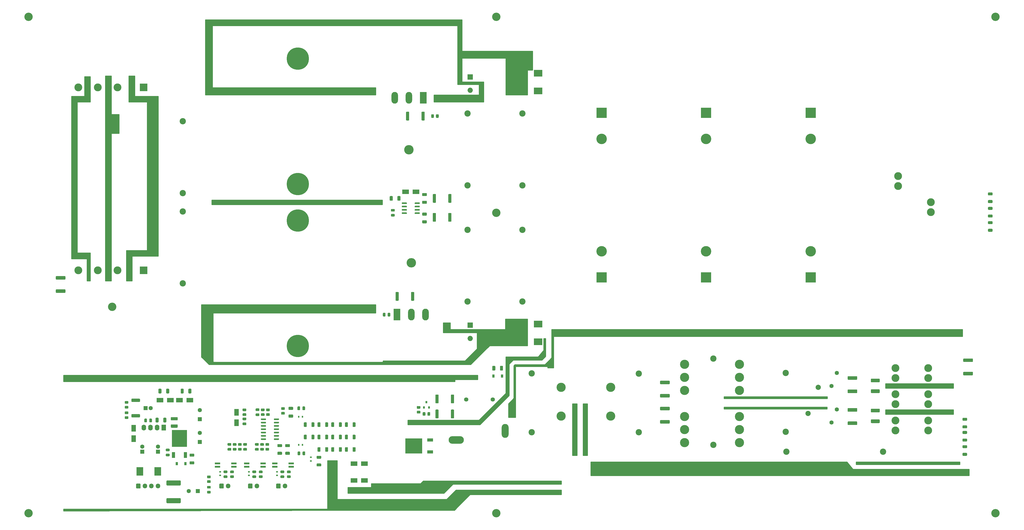
<source format=gts>
G04 #@! TF.GenerationSoftware,KiCad,Pcbnew,(5.1.7)-1*
G04 #@! TF.CreationDate,2021-03-09T01:47:10+02:00*
G04 #@! TF.ProjectId,CP_inverter,43505f69-6e76-4657-9274-65722e6b6963,rev?*
G04 #@! TF.SameCoordinates,Original*
G04 #@! TF.FileFunction,Soldermask,Top*
G04 #@! TF.FilePolarity,Negative*
%FSLAX46Y46*%
G04 Gerber Fmt 4.6, Leading zero omitted, Abs format (unit mm)*
G04 Created by KiCad (PCBNEW (5.1.7)-1) date 2021-03-09 01:47:10*
%MOMM*%
%LPD*%
G01*
G04 APERTURE LIST*
%ADD10C,3.000000*%
%ADD11C,2.400000*%
%ADD12R,2.500000X1.800000*%
%ADD13R,0.600000X0.700000*%
%ADD14R,1.600000X1.600000*%
%ADD15C,1.600000*%
%ADD16C,4.000000*%
%ADD17R,4.000000X4.000000*%
%ADD18R,0.700000X0.600000*%
%ADD19R,0.900000X1.200000*%
%ADD20C,3.200000*%
%ADD21R,3.000000X3.000000*%
%ADD22R,2.500000X3.300000*%
%ADD23R,3.300000X2.500000*%
%ADD24O,3.500000X3.500000*%
%ADD25R,2.000000X2.000000*%
%ADD26O,2.000000X2.000000*%
%ADD27C,3.500000*%
%ADD28O,1.700000X1.850000*%
%ADD29C,8.500000*%
%ADD30R,0.800000X0.900000*%
%ADD31R,2.200000X1.200000*%
%ADD32R,6.400000X5.800000*%
%ADD33C,2.000000*%
%ADD34R,2.000000X0.640000*%
%ADD35C,1.635000*%
%ADD36O,5.850000X2.925000*%
%ADD37O,2.670000X5.340000*%
%ADD38R,1.200000X2.200000*%
%ADD39R,5.800000X6.400000*%
%ADD40O,1.750000X2.250000*%
%ADD41R,1.750000X2.250000*%
%ADD42R,1.800000X2.500000*%
%ADD43O,2.500000X4.500000*%
%ADD44R,2.500000X4.500000*%
%ADD45O,3.600000X3.600000*%
%ADD46C,0.254000*%
%ADD47C,0.100000*%
G04 APERTURE END LIST*
D10*
G04 #@! TO.C,J1*
X370246800Y-214300000D03*
X370246800Y-210490000D03*
X357750000Y-214300000D03*
X357750000Y-210490000D03*
X370246800Y-204292400D03*
X370246800Y-200482400D03*
X357750000Y-204292400D03*
X357750000Y-200482400D03*
X370246800Y-194284800D03*
X370246800Y-190474800D03*
X357750000Y-194284800D03*
X357750000Y-190474800D03*
G04 #@! TD*
D11*
G04 #@! TO.C,F1*
X316000000Y-222500000D03*
X353000000Y-222500000D03*
G04 #@! TD*
G04 #@! TO.C,C33*
X215000000Y-165000000D03*
X215000000Y-137500000D03*
G04 #@! TD*
D12*
G04 #@! TO.C,D2*
X150500000Y-233500000D03*
X154500000Y-233500000D03*
G04 #@! TD*
G04 #@! TO.C,R17*
G36*
G01*
X109050002Y-208775000D02*
X108149998Y-208775000D01*
G75*
G02*
X107900000Y-208525002I0J249998D01*
G01*
X107900000Y-207999998D01*
G75*
G02*
X108149998Y-207750000I249998J0D01*
G01*
X109050002Y-207750000D01*
G75*
G02*
X109300000Y-207999998I0J-249998D01*
G01*
X109300000Y-208525002D01*
G75*
G02*
X109050002Y-208775000I-249998J0D01*
G01*
G37*
G36*
G01*
X109050002Y-206950000D02*
X108149998Y-206950000D01*
G75*
G02*
X107900000Y-206700002I0J249998D01*
G01*
X107900000Y-206174998D01*
G75*
G02*
X108149998Y-205925000I249998J0D01*
G01*
X109050002Y-205925000D01*
G75*
G02*
X109300000Y-206174998I0J-249998D01*
G01*
X109300000Y-206700002D01*
G75*
G02*
X109050002Y-206950000I-249998J0D01*
G01*
G37*
G04 #@! TD*
D13*
G04 #@! TO.C,D10*
X129400000Y-219850000D03*
X130800000Y-219850000D03*
G04 #@! TD*
G04 #@! TO.C,C1*
G36*
G01*
X124449999Y-219550000D02*
X125750001Y-219550000D01*
G75*
G02*
X126000000Y-219799999I0J-249999D01*
G01*
X126000000Y-220450001D01*
G75*
G02*
X125750001Y-220700000I-249999J0D01*
G01*
X124449999Y-220700000D01*
G75*
G02*
X124200000Y-220450001I0J249999D01*
G01*
X124200000Y-219799999D01*
G75*
G02*
X124449999Y-219550000I249999J0D01*
G01*
G37*
G36*
G01*
X124449999Y-222500000D02*
X125750001Y-222500000D01*
G75*
G02*
X126000000Y-222749999I0J-249999D01*
G01*
X126000000Y-223400001D01*
G75*
G02*
X125750001Y-223650000I-249999J0D01*
G01*
X124449999Y-223650000D01*
G75*
G02*
X124200000Y-223400001I0J249999D01*
G01*
X124200000Y-222749999D01*
G75*
G02*
X124449999Y-222500000I249999J0D01*
G01*
G37*
G04 #@! TD*
G04 #@! TO.C,C2*
G36*
G01*
X122625000Y-231550000D02*
X123575000Y-231550000D01*
G75*
G02*
X123825000Y-231800000I0J-250000D01*
G01*
X123825000Y-232300000D01*
G75*
G02*
X123575000Y-232550000I-250000J0D01*
G01*
X122625000Y-232550000D01*
G75*
G02*
X122375000Y-232300000I0J250000D01*
G01*
X122375000Y-231800000D01*
G75*
G02*
X122625000Y-231550000I250000J0D01*
G01*
G37*
G36*
G01*
X122625000Y-229650000D02*
X123575000Y-229650000D01*
G75*
G02*
X123825000Y-229900000I0J-250000D01*
G01*
X123825000Y-230400000D01*
G75*
G02*
X123575000Y-230650000I-250000J0D01*
G01*
X122625000Y-230650000D01*
G75*
G02*
X122375000Y-230400000I0J250000D01*
G01*
X122375000Y-229900000D01*
G75*
G02*
X122625000Y-229650000I250000J0D01*
G01*
G37*
G04 #@! TD*
G04 #@! TO.C,C3*
G36*
G01*
X100875000Y-229650000D02*
X101825000Y-229650000D01*
G75*
G02*
X102075000Y-229900000I0J-250000D01*
G01*
X102075000Y-230400000D01*
G75*
G02*
X101825000Y-230650000I-250000J0D01*
G01*
X100875000Y-230650000D01*
G75*
G02*
X100625000Y-230400000I0J250000D01*
G01*
X100625000Y-229900000D01*
G75*
G02*
X100875000Y-229650000I250000J0D01*
G01*
G37*
G36*
G01*
X100875000Y-231550000D02*
X101825000Y-231550000D01*
G75*
G02*
X102075000Y-231800000I0J-250000D01*
G01*
X102075000Y-232300000D01*
G75*
G02*
X101825000Y-232550000I-250000J0D01*
G01*
X100875000Y-232550000D01*
G75*
G02*
X100625000Y-232300000I0J250000D01*
G01*
X100625000Y-231800000D01*
G75*
G02*
X100875000Y-231550000I250000J0D01*
G01*
G37*
G04 #@! TD*
G04 #@! TO.C,C4*
G36*
G01*
X121449999Y-219550000D02*
X122750001Y-219550000D01*
G75*
G02*
X123000000Y-219799999I0J-249999D01*
G01*
X123000000Y-220450001D01*
G75*
G02*
X122750001Y-220700000I-249999J0D01*
G01*
X121449999Y-220700000D01*
G75*
G02*
X121200000Y-220450001I0J249999D01*
G01*
X121200000Y-219799999D01*
G75*
G02*
X121449999Y-219550000I249999J0D01*
G01*
G37*
G36*
G01*
X121449999Y-222500000D02*
X122750001Y-222500000D01*
G75*
G02*
X123000000Y-222749999I0J-249999D01*
G01*
X123000000Y-223400001D01*
G75*
G02*
X122750001Y-223650000I-249999J0D01*
G01*
X121449999Y-223650000D01*
G75*
G02*
X121200000Y-223400001I0J249999D01*
G01*
X121200000Y-222749999D01*
G75*
G02*
X121449999Y-222500000I249999J0D01*
G01*
G37*
G04 #@! TD*
G04 #@! TO.C,C5*
G36*
G01*
X112875000Y-219150000D02*
X113825000Y-219150000D01*
G75*
G02*
X114075000Y-219400000I0J-250000D01*
G01*
X114075000Y-219900000D01*
G75*
G02*
X113825000Y-220150000I-250000J0D01*
G01*
X112875000Y-220150000D01*
G75*
G02*
X112625000Y-219900000I0J250000D01*
G01*
X112625000Y-219400000D01*
G75*
G02*
X112875000Y-219150000I250000J0D01*
G01*
G37*
G36*
G01*
X112875000Y-221050000D02*
X113825000Y-221050000D01*
G75*
G02*
X114075000Y-221300000I0J-250000D01*
G01*
X114075000Y-221800000D01*
G75*
G02*
X113825000Y-222050000I-250000J0D01*
G01*
X112875000Y-222050000D01*
G75*
G02*
X112625000Y-221800000I0J250000D01*
G01*
X112625000Y-221300000D01*
G75*
G02*
X112875000Y-221050000I250000J0D01*
G01*
G37*
G04 #@! TD*
G04 #@! TO.C,C6*
G36*
G01*
X342912350Y-207125000D02*
X339587650Y-207125000D01*
G75*
G02*
X339400000Y-206937350I0J187650D01*
G01*
X339400000Y-205962650D01*
G75*
G02*
X339587650Y-205775000I187650J0D01*
G01*
X342912350Y-205775000D01*
G75*
G02*
X343100000Y-205962650I0J-187650D01*
G01*
X343100000Y-206937350D01*
G75*
G02*
X342912350Y-207125000I-187650J0D01*
G01*
G37*
G36*
G01*
X342912350Y-212225000D02*
X339587650Y-212225000D01*
G75*
G02*
X339400000Y-212037350I0J187650D01*
G01*
X339400000Y-211062650D01*
G75*
G02*
X339587650Y-210875000I187650J0D01*
G01*
X342912350Y-210875000D01*
G75*
G02*
X343100000Y-211062650I0J-187650D01*
G01*
X343100000Y-212037350D01*
G75*
G02*
X342912350Y-212225000I-187650J0D01*
G01*
G37*
G04 #@! TD*
G04 #@! TO.C,C7*
G36*
G01*
X342912350Y-194925000D02*
X339587650Y-194925000D01*
G75*
G02*
X339400000Y-194737350I0J187650D01*
G01*
X339400000Y-193762650D01*
G75*
G02*
X339587650Y-193575000I187650J0D01*
G01*
X342912350Y-193575000D01*
G75*
G02*
X343100000Y-193762650I0J-187650D01*
G01*
X343100000Y-194737350D01*
G75*
G02*
X342912350Y-194925000I-187650J0D01*
G01*
G37*
G36*
G01*
X342912350Y-200025000D02*
X339587650Y-200025000D01*
G75*
G02*
X339400000Y-199837350I0J187650D01*
G01*
X339400000Y-198862650D01*
G75*
G02*
X339587650Y-198675000I187650J0D01*
G01*
X342912350Y-198675000D01*
G75*
G02*
X343100000Y-198862650I0J-187650D01*
G01*
X343100000Y-199837350D01*
G75*
G02*
X342912350Y-200025000I-187650J0D01*
G01*
G37*
G04 #@! TD*
G04 #@! TO.C,C8*
G36*
G01*
X114075000Y-206900000D02*
X113125000Y-206900000D01*
G75*
G02*
X112875000Y-206650000I0J250000D01*
G01*
X112875000Y-206150000D01*
G75*
G02*
X113125000Y-205900000I250000J0D01*
G01*
X114075000Y-205900000D01*
G75*
G02*
X114325000Y-206150000I0J-250000D01*
G01*
X114325000Y-206650000D01*
G75*
G02*
X114075000Y-206900000I-250000J0D01*
G01*
G37*
G36*
G01*
X114075000Y-208800000D02*
X113125000Y-208800000D01*
G75*
G02*
X112875000Y-208550000I0J250000D01*
G01*
X112875000Y-208050000D01*
G75*
G02*
X113125000Y-207800000I250000J0D01*
G01*
X114075000Y-207800000D01*
G75*
G02*
X114325000Y-208050000I0J-250000D01*
G01*
X114325000Y-208550000D01*
G75*
G02*
X114075000Y-208800000I-250000J0D01*
G01*
G37*
G04 #@! TD*
D11*
G04 #@! TO.C,C9*
X315750000Y-214800000D03*
X315750000Y-192300000D03*
G04 #@! TD*
G04 #@! TO.C,C10*
G36*
G01*
X102375000Y-219150000D02*
X103325000Y-219150000D01*
G75*
G02*
X103575000Y-219400000I0J-250000D01*
G01*
X103575000Y-219900000D01*
G75*
G02*
X103325000Y-220150000I-250000J0D01*
G01*
X102375000Y-220150000D01*
G75*
G02*
X102125000Y-219900000I0J250000D01*
G01*
X102125000Y-219400000D01*
G75*
G02*
X102375000Y-219150000I250000J0D01*
G01*
G37*
G36*
G01*
X102375000Y-221050000D02*
X103325000Y-221050000D01*
G75*
G02*
X103575000Y-221300000I0J-250000D01*
G01*
X103575000Y-221800000D01*
G75*
G02*
X103325000Y-222050000I-250000J0D01*
G01*
X102375000Y-222050000D01*
G75*
G02*
X102125000Y-221800000I0J250000D01*
G01*
X102125000Y-221300000D01*
G75*
G02*
X102375000Y-221050000I250000J0D01*
G01*
G37*
G04 #@! TD*
G04 #@! TO.C,C11*
G36*
G01*
X109325000Y-222050000D02*
X108375000Y-222050000D01*
G75*
G02*
X108125000Y-221800000I0J250000D01*
G01*
X108125000Y-221300000D01*
G75*
G02*
X108375000Y-221050000I250000J0D01*
G01*
X109325000Y-221050000D01*
G75*
G02*
X109575000Y-221300000I0J-250000D01*
G01*
X109575000Y-221800000D01*
G75*
G02*
X109325000Y-222050000I-250000J0D01*
G01*
G37*
G36*
G01*
X109325000Y-220150000D02*
X108375000Y-220150000D01*
G75*
G02*
X108125000Y-219900000I0J250000D01*
G01*
X108125000Y-219400000D01*
G75*
G02*
X108375000Y-219150000I250000J0D01*
G01*
X109325000Y-219150000D01*
G75*
G02*
X109575000Y-219400000I0J-250000D01*
G01*
X109575000Y-219900000D01*
G75*
G02*
X109325000Y-220150000I-250000J0D01*
G01*
G37*
G04 #@! TD*
G04 #@! TO.C,C12*
G36*
G01*
X125699999Y-205300000D02*
X127000001Y-205300000D01*
G75*
G02*
X127250000Y-205549999I0J-249999D01*
G01*
X127250000Y-206200001D01*
G75*
G02*
X127000001Y-206450000I-249999J0D01*
G01*
X125699999Y-206450000D01*
G75*
G02*
X125450000Y-206200001I0J249999D01*
G01*
X125450000Y-205549999D01*
G75*
G02*
X125699999Y-205300000I249999J0D01*
G01*
G37*
G36*
G01*
X125699999Y-208250000D02*
X127000001Y-208250000D01*
G75*
G02*
X127250000Y-208499999I0J-249999D01*
G01*
X127250000Y-209150001D01*
G75*
G02*
X127000001Y-209400000I-249999J0D01*
G01*
X125699999Y-209400000D01*
G75*
G02*
X125450000Y-209150001I0J249999D01*
G01*
X125450000Y-208499999D01*
G75*
G02*
X125699999Y-208250000I249999J0D01*
G01*
G37*
G04 #@! TD*
G04 #@! TO.C,C13*
G36*
G01*
X111875000Y-229650000D02*
X112825000Y-229650000D01*
G75*
G02*
X113075000Y-229900000I0J-250000D01*
G01*
X113075000Y-230400000D01*
G75*
G02*
X112825000Y-230650000I-250000J0D01*
G01*
X111875000Y-230650000D01*
G75*
G02*
X111625000Y-230400000I0J250000D01*
G01*
X111625000Y-229900000D01*
G75*
G02*
X111875000Y-229650000I250000J0D01*
G01*
G37*
G36*
G01*
X111875000Y-231550000D02*
X112825000Y-231550000D01*
G75*
G02*
X113075000Y-231800000I0J-250000D01*
G01*
X113075000Y-232300000D01*
G75*
G02*
X112825000Y-232550000I-250000J0D01*
G01*
X111875000Y-232550000D01*
G75*
G02*
X111625000Y-232300000I0J250000D01*
G01*
X111625000Y-231800000D01*
G75*
G02*
X111875000Y-231550000I250000J0D01*
G01*
G37*
G04 #@! TD*
G04 #@! TO.C,C14*
G36*
G01*
X271162350Y-211725000D02*
X267837650Y-211725000D01*
G75*
G02*
X267650000Y-211537350I0J187650D01*
G01*
X267650000Y-210562650D01*
G75*
G02*
X267837650Y-210375000I187650J0D01*
G01*
X271162350Y-210375000D01*
G75*
G02*
X271350000Y-210562650I0J-187650D01*
G01*
X271350000Y-211537350D01*
G75*
G02*
X271162350Y-211725000I-187650J0D01*
G01*
G37*
G36*
G01*
X271162350Y-206625000D02*
X267837650Y-206625000D01*
G75*
G02*
X267650000Y-206437350I0J187650D01*
G01*
X267650000Y-205462650D01*
G75*
G02*
X267837650Y-205275000I187650J0D01*
G01*
X271162350Y-205275000D01*
G75*
G02*
X271350000Y-205462650I0J-187650D01*
G01*
X271350000Y-206437350D01*
G75*
G02*
X271162350Y-206625000I-187650J0D01*
G01*
G37*
G04 #@! TD*
G04 #@! TO.C,C15*
G36*
G01*
X271162350Y-201725000D02*
X267837650Y-201725000D01*
G75*
G02*
X267650000Y-201537350I0J187650D01*
G01*
X267650000Y-200562650D01*
G75*
G02*
X267837650Y-200375000I187650J0D01*
G01*
X271162350Y-200375000D01*
G75*
G02*
X271350000Y-200562650I0J-187650D01*
G01*
X271350000Y-201537350D01*
G75*
G02*
X271162350Y-201725000I-187650J0D01*
G01*
G37*
G36*
G01*
X271162350Y-196625000D02*
X267837650Y-196625000D01*
G75*
G02*
X267650000Y-196437350I0J187650D01*
G01*
X267650000Y-195462650D01*
G75*
G02*
X267837650Y-195275000I187650J0D01*
G01*
X271162350Y-195275000D01*
G75*
G02*
X271350000Y-195462650I0J-187650D01*
G01*
X271350000Y-196437350D01*
G75*
G02*
X271162350Y-196625000I-187650J0D01*
G01*
G37*
G04 #@! TD*
G04 #@! TO.C,C16*
G36*
G01*
X109075000Y-210400000D02*
X108125000Y-210400000D01*
G75*
G02*
X107875000Y-210150000I0J250000D01*
G01*
X107875000Y-209650000D01*
G75*
G02*
X108125000Y-209400000I250000J0D01*
G01*
X109075000Y-209400000D01*
G75*
G02*
X109325000Y-209650000I0J-250000D01*
G01*
X109325000Y-210150000D01*
G75*
G02*
X109075000Y-210400000I-250000J0D01*
G01*
G37*
G36*
G01*
X109075000Y-212300000D02*
X108125000Y-212300000D01*
G75*
G02*
X107875000Y-212050000I0J250000D01*
G01*
X107875000Y-211550000D01*
G75*
G02*
X108125000Y-211300000I250000J0D01*
G01*
X109075000Y-211300000D01*
G75*
G02*
X109325000Y-211550000I0J-250000D01*
G01*
X109325000Y-212050000D01*
G75*
G02*
X109075000Y-212300000I-250000J0D01*
G01*
G37*
G04 #@! TD*
G04 #@! TO.C,C17*
X259500000Y-215050000D03*
X259500000Y-192550000D03*
G04 #@! TD*
G04 #@! TO.C,C18*
G36*
G01*
X130800000Y-206325000D02*
X130800000Y-205375000D01*
G75*
G02*
X131050000Y-205125000I250000J0D01*
G01*
X131550000Y-205125000D01*
G75*
G02*
X131800000Y-205375000I0J-250000D01*
G01*
X131800000Y-206325000D01*
G75*
G02*
X131550000Y-206575000I-250000J0D01*
G01*
X131050000Y-206575000D01*
G75*
G02*
X130800000Y-206325000I0J250000D01*
G01*
G37*
G36*
G01*
X128900000Y-206325000D02*
X128900000Y-205375000D01*
G75*
G02*
X129150000Y-205125000I250000J0D01*
G01*
X129650000Y-205125000D01*
G75*
G02*
X129900000Y-205375000I0J-250000D01*
G01*
X129900000Y-206325000D01*
G75*
G02*
X129650000Y-206575000I-250000J0D01*
G01*
X129150000Y-206575000D01*
G75*
G02*
X128900000Y-206325000I0J250000D01*
G01*
G37*
G04 #@! TD*
G04 #@! TO.C,C19*
X218500000Y-192500000D03*
X218500000Y-215000000D03*
G04 #@! TD*
G04 #@! TO.C,C20*
G36*
G01*
X204600000Y-189849999D02*
X204600000Y-191150001D01*
G75*
G02*
X204350001Y-191400000I-249999J0D01*
G01*
X203699999Y-191400000D01*
G75*
G02*
X203450000Y-191150001I0J249999D01*
G01*
X203450000Y-189849999D01*
G75*
G02*
X203699999Y-189600000I249999J0D01*
G01*
X204350001Y-189600000D01*
G75*
G02*
X204600000Y-189849999I0J-249999D01*
G01*
G37*
G36*
G01*
X207550000Y-189849999D02*
X207550000Y-191150001D01*
G75*
G02*
X207300001Y-191400000I-249999J0D01*
G01*
X206649999Y-191400000D01*
G75*
G02*
X206400000Y-191150001I0J249999D01*
G01*
X206400000Y-189849999D01*
G75*
G02*
X206649999Y-189600000I249999J0D01*
G01*
X207300001Y-189600000D01*
G75*
G02*
X207550000Y-189849999I0J-249999D01*
G01*
G37*
G04 #@! TD*
G04 #@! TO.C,C21*
G36*
G01*
X130850000Y-223575000D02*
X130850000Y-222625000D01*
G75*
G02*
X131100000Y-222375000I250000J0D01*
G01*
X131600000Y-222375000D01*
G75*
G02*
X131850000Y-222625000I0J-250000D01*
G01*
X131850000Y-223575000D01*
G75*
G02*
X131600000Y-223825000I-250000J0D01*
G01*
X131100000Y-223825000D01*
G75*
G02*
X130850000Y-223575000I0J250000D01*
G01*
G37*
G36*
G01*
X128950000Y-223575000D02*
X128950000Y-222625000D01*
G75*
G02*
X129200000Y-222375000I250000J0D01*
G01*
X129700000Y-222375000D01*
G75*
G02*
X129950000Y-222625000I0J-250000D01*
G01*
X129950000Y-223575000D01*
G75*
G02*
X129700000Y-223825000I-250000J0D01*
G01*
X129200000Y-223825000D01*
G75*
G02*
X128950000Y-223575000I0J250000D01*
G01*
G37*
G04 #@! TD*
G04 #@! TO.C,C22*
G36*
G01*
X36587650Y-155225000D02*
X39912350Y-155225000D01*
G75*
G02*
X40100000Y-155412650I0J-187650D01*
G01*
X40100000Y-156387350D01*
G75*
G02*
X39912350Y-156575000I-187650J0D01*
G01*
X36587650Y-156575000D01*
G75*
G02*
X36400000Y-156387350I0J187650D01*
G01*
X36400000Y-155412650D01*
G75*
G02*
X36587650Y-155225000I187650J0D01*
G01*
G37*
G36*
G01*
X36587650Y-160325000D02*
X39912350Y-160325000D01*
G75*
G02*
X40100000Y-160512650I0J-187650D01*
G01*
X40100000Y-161487350D01*
G75*
G02*
X39912350Y-161675000I-187650J0D01*
G01*
X36587650Y-161675000D01*
G75*
G02*
X36400000Y-161487350I0J187650D01*
G01*
X36400000Y-160512650D01*
G75*
G02*
X36587650Y-160325000I187650J0D01*
G01*
G37*
G04 #@! TD*
D14*
G04 #@! TO.C,C23*
X69500000Y-222500000D03*
D15*
X69500000Y-220500000D03*
G04 #@! TD*
D14*
G04 #@! TO.C,C24*
X75500000Y-222500000D03*
D15*
X75500000Y-220500000D03*
G04 #@! TD*
G04 #@! TO.C,C25*
G36*
G01*
X77550000Y-211000001D02*
X77550000Y-209699999D01*
G75*
G02*
X77799999Y-209450000I249999J0D01*
G01*
X78450001Y-209450000D01*
G75*
G02*
X78700000Y-209699999I0J-249999D01*
G01*
X78700000Y-211000001D01*
G75*
G02*
X78450001Y-211250000I-249999J0D01*
G01*
X77799999Y-211250000D01*
G75*
G02*
X77550000Y-211000001I0J249999D01*
G01*
G37*
G36*
G01*
X74600000Y-211000001D02*
X74600000Y-209699999D01*
G75*
G02*
X74849999Y-209450000I249999J0D01*
G01*
X75500001Y-209450000D01*
G75*
G02*
X75750000Y-209699999I0J-249999D01*
G01*
X75750000Y-211000001D01*
G75*
G02*
X75500001Y-211250000I-249999J0D01*
G01*
X74849999Y-211250000D01*
G75*
G02*
X74600000Y-211000001I0J249999D01*
G01*
G37*
G04 #@! TD*
G04 #@! TO.C,C26*
G36*
G01*
X79725000Y-224200000D02*
X78775000Y-224200000D01*
G75*
G02*
X78525000Y-223950000I0J250000D01*
G01*
X78525000Y-223450000D01*
G75*
G02*
X78775000Y-223200000I250000J0D01*
G01*
X79725000Y-223200000D01*
G75*
G02*
X79975000Y-223450000I0J-250000D01*
G01*
X79975000Y-223950000D01*
G75*
G02*
X79725000Y-224200000I-250000J0D01*
G01*
G37*
G36*
G01*
X79725000Y-222300000D02*
X78775000Y-222300000D01*
G75*
G02*
X78525000Y-222050000I0J250000D01*
G01*
X78525000Y-221550000D01*
G75*
G02*
X78775000Y-221300000I250000J0D01*
G01*
X79725000Y-221300000D01*
G75*
G02*
X79975000Y-221550000I0J-250000D01*
G01*
X79975000Y-222050000D01*
G75*
G02*
X79725000Y-222300000I-250000J0D01*
G01*
G37*
G04 #@! TD*
D11*
G04 #@! TO.C,C27*
X85000000Y-96000000D03*
X85000000Y-123500000D03*
G04 #@! TD*
G04 #@! TO.C,C28*
X85000000Y-158000000D03*
X85000000Y-130500000D03*
G04 #@! TD*
G04 #@! TO.C,C29*
G36*
G01*
X87849999Y-223200000D02*
X89150001Y-223200000D01*
G75*
G02*
X89400000Y-223449999I0J-249999D01*
G01*
X89400000Y-224100001D01*
G75*
G02*
X89150001Y-224350000I-249999J0D01*
G01*
X87849999Y-224350000D01*
G75*
G02*
X87600000Y-224100001I0J249999D01*
G01*
X87600000Y-223449999D01*
G75*
G02*
X87849999Y-223200000I249999J0D01*
G01*
G37*
G36*
G01*
X87849999Y-226150000D02*
X89150001Y-226150000D01*
G75*
G02*
X89400000Y-226399999I0J-249999D01*
G01*
X89400000Y-227050001D01*
G75*
G02*
X89150001Y-227300000I-249999J0D01*
G01*
X87849999Y-227300000D01*
G75*
G02*
X87600000Y-227050001I0J249999D01*
G01*
X87600000Y-226399999D01*
G75*
G02*
X87849999Y-226150000I249999J0D01*
G01*
G37*
G04 #@! TD*
D14*
G04 #@! TO.C,C30*
X90750000Y-237500000D03*
D15*
X87250000Y-237500000D03*
G04 #@! TD*
G04 #@! TO.C,C31*
X72750000Y-205750000D03*
D14*
X70750000Y-205750000D03*
G04 #@! TD*
D11*
G04 #@! TO.C,C32*
X215000000Y-120500000D03*
X215000000Y-93000000D03*
G04 #@! TD*
G04 #@! TO.C,C34*
G36*
G01*
X72200000Y-210975000D02*
X72200000Y-210025000D01*
G75*
G02*
X72450000Y-209775000I250000J0D01*
G01*
X72950000Y-209775000D01*
G75*
G02*
X73200000Y-210025000I0J-250000D01*
G01*
X73200000Y-210975000D01*
G75*
G02*
X72950000Y-211225000I-250000J0D01*
G01*
X72450000Y-211225000D01*
G75*
G02*
X72200000Y-210975000I0J250000D01*
G01*
G37*
G36*
G01*
X70300000Y-210975000D02*
X70300000Y-210025000D01*
G75*
G02*
X70550000Y-209775000I250000J0D01*
G01*
X71050000Y-209775000D01*
G75*
G02*
X71300000Y-210025000I0J-250000D01*
G01*
X71300000Y-210975000D01*
G75*
G02*
X71050000Y-211225000I-250000J0D01*
G01*
X70550000Y-211225000D01*
G75*
G02*
X70300000Y-210975000I0J250000D01*
G01*
G37*
G04 #@! TD*
G04 #@! TO.C,C35*
X194000000Y-120500000D03*
X194000000Y-93000000D03*
G04 #@! TD*
G04 #@! TO.C,C36*
X194000000Y-137500000D03*
X194000000Y-165000000D03*
G04 #@! TD*
D16*
G04 #@! TO.C,C37*
X245250000Y-102750000D03*
D17*
X245250000Y-92750000D03*
G04 #@! TD*
G04 #@! TO.C,C38*
X285250000Y-92750000D03*
D16*
X285250000Y-102750000D03*
G04 #@! TD*
D14*
G04 #@! TO.C,C39*
X91500000Y-218750000D03*
D15*
X91500000Y-215250000D03*
G04 #@! TD*
G04 #@! TO.C,C40*
X91500000Y-206500000D03*
D14*
X91500000Y-210000000D03*
G04 #@! TD*
D16*
G04 #@! TO.C,C41*
X325250000Y-102750000D03*
D17*
X325250000Y-92750000D03*
G04 #@! TD*
G04 #@! TO.C,C42*
G36*
G01*
X75700000Y-199900001D02*
X75700000Y-198599999D01*
G75*
G02*
X75949999Y-198350000I249999J0D01*
G01*
X76600001Y-198350000D01*
G75*
G02*
X76850000Y-198599999I0J-249999D01*
G01*
X76850000Y-199900001D01*
G75*
G02*
X76600001Y-200150000I-249999J0D01*
G01*
X75949999Y-200150000D01*
G75*
G02*
X75700000Y-199900001I0J249999D01*
G01*
G37*
G36*
G01*
X78650000Y-199900001D02*
X78650000Y-198599999D01*
G75*
G02*
X78899999Y-198350000I249999J0D01*
G01*
X79550001Y-198350000D01*
G75*
G02*
X79800000Y-198599999I0J-249999D01*
G01*
X79800000Y-199900001D01*
G75*
G02*
X79550001Y-200150000I-249999J0D01*
G01*
X78899999Y-200150000D01*
G75*
G02*
X78650000Y-199900001I0J249999D01*
G01*
G37*
G04 #@! TD*
G04 #@! TO.C,C43*
G36*
G01*
X87150000Y-199900001D02*
X87150000Y-198599999D01*
G75*
G02*
X87399999Y-198350000I249999J0D01*
G01*
X88050001Y-198350000D01*
G75*
G02*
X88300000Y-198599999I0J-249999D01*
G01*
X88300000Y-199900001D01*
G75*
G02*
X88050001Y-200150000I-249999J0D01*
G01*
X87399999Y-200150000D01*
G75*
G02*
X87150000Y-199900001I0J249999D01*
G01*
G37*
G36*
G01*
X84200000Y-199900001D02*
X84200000Y-198599999D01*
G75*
G02*
X84449999Y-198350000I249999J0D01*
G01*
X85100001Y-198350000D01*
G75*
G02*
X85350000Y-198599999I0J-249999D01*
G01*
X85350000Y-199900001D01*
G75*
G02*
X85100001Y-200150000I-249999J0D01*
G01*
X84449999Y-200150000D01*
G75*
G02*
X84200000Y-199900001I0J249999D01*
G01*
G37*
G04 #@! TD*
G04 #@! TO.C,C44*
X245250000Y-155750000D03*
D16*
X245250000Y-145750000D03*
G04 #@! TD*
D17*
G04 #@! TO.C,C45*
X285250000Y-155750000D03*
D16*
X285250000Y-145750000D03*
G04 #@! TD*
G04 #@! TO.C,C46*
X325250000Y-145750000D03*
D17*
X325250000Y-155750000D03*
G04 #@! TD*
G04 #@! TO.C,C49*
G36*
G01*
X165350000Y-124849999D02*
X165350000Y-126150001D01*
G75*
G02*
X165100001Y-126400000I-249999J0D01*
G01*
X164449999Y-126400000D01*
G75*
G02*
X164200000Y-126150001I0J249999D01*
G01*
X164200000Y-124849999D01*
G75*
G02*
X164449999Y-124600000I249999J0D01*
G01*
X165100001Y-124600000D01*
G75*
G02*
X165350000Y-124849999I0J-249999D01*
G01*
G37*
G36*
G01*
X168300000Y-124849999D02*
X168300000Y-126150001D01*
G75*
G02*
X168050001Y-126400000I-249999J0D01*
G01*
X167399999Y-126400000D01*
G75*
G02*
X167150000Y-126150001I0J249999D01*
G01*
X167150000Y-124849999D01*
G75*
G02*
X167399999Y-124600000I249999J0D01*
G01*
X168050001Y-124600000D01*
G75*
G02*
X168300000Y-124849999I0J-249999D01*
G01*
G37*
G04 #@! TD*
G04 #@! TO.C,C50*
G36*
G01*
X164925000Y-129550000D02*
X165875000Y-129550000D01*
G75*
G02*
X166125000Y-129800000I0J-250000D01*
G01*
X166125000Y-130300000D01*
G75*
G02*
X165875000Y-130550000I-250000J0D01*
G01*
X164925000Y-130550000D01*
G75*
G02*
X164675000Y-130300000I0J250000D01*
G01*
X164675000Y-129800000D01*
G75*
G02*
X164925000Y-129550000I250000J0D01*
G01*
G37*
G36*
G01*
X164925000Y-131450000D02*
X165875000Y-131450000D01*
G75*
G02*
X166125000Y-131700000I0J-250000D01*
G01*
X166125000Y-132200000D01*
G75*
G02*
X165875000Y-132450000I-250000J0D01*
G01*
X164925000Y-132450000D01*
G75*
G02*
X164675000Y-132200000I0J250000D01*
G01*
X164675000Y-131700000D01*
G75*
G02*
X164925000Y-131450000I250000J0D01*
G01*
G37*
G04 #@! TD*
G04 #@! TO.C,C55*
G36*
G01*
X383837650Y-191875000D02*
X387162350Y-191875000D01*
G75*
G02*
X387350000Y-192062650I0J-187650D01*
G01*
X387350000Y-193037350D01*
G75*
G02*
X387162350Y-193225000I-187650J0D01*
G01*
X383837650Y-193225000D01*
G75*
G02*
X383650000Y-193037350I0J187650D01*
G01*
X383650000Y-192062650D01*
G75*
G02*
X383837650Y-191875000I187650J0D01*
G01*
G37*
G36*
G01*
X383837650Y-186775000D02*
X387162350Y-186775000D01*
G75*
G02*
X387350000Y-186962650I0J-187650D01*
G01*
X387350000Y-187937350D01*
G75*
G02*
X387162350Y-188125000I-187650J0D01*
G01*
X383837650Y-188125000D01*
G75*
G02*
X383650000Y-187937350I0J187650D01*
G01*
X383650000Y-186962650D01*
G75*
G02*
X383837650Y-186775000I187650J0D01*
G01*
G37*
G04 #@! TD*
G04 #@! TO.C,C56*
G36*
G01*
X176849999Y-130950000D02*
X178150001Y-130950000D01*
G75*
G02*
X178400000Y-131199999I0J-249999D01*
G01*
X178400000Y-131850001D01*
G75*
G02*
X178150001Y-132100000I-249999J0D01*
G01*
X176849999Y-132100000D01*
G75*
G02*
X176600000Y-131850001I0J249999D01*
G01*
X176600000Y-131199999D01*
G75*
G02*
X176849999Y-130950000I249999J0D01*
G01*
G37*
G36*
G01*
X176849999Y-133900000D02*
X178150001Y-133900000D01*
G75*
G02*
X178400000Y-134149999I0J-249999D01*
G01*
X178400000Y-134800001D01*
G75*
G02*
X178150001Y-135050000I-249999J0D01*
G01*
X176849999Y-135050000D01*
G75*
G02*
X176600000Y-134800001I0J249999D01*
G01*
X176600000Y-134149999D01*
G75*
G02*
X176849999Y-133900000I249999J0D01*
G01*
G37*
G04 #@! TD*
G04 #@! TO.C,C57*
G36*
G01*
X176849999Y-126425000D02*
X178150001Y-126425000D01*
G75*
G02*
X178400000Y-126674999I0J-249999D01*
G01*
X178400000Y-127325001D01*
G75*
G02*
X178150001Y-127575000I-249999J0D01*
G01*
X176849999Y-127575000D01*
G75*
G02*
X176600000Y-127325001I0J249999D01*
G01*
X176600000Y-126674999D01*
G75*
G02*
X176849999Y-126425000I249999J0D01*
G01*
G37*
G36*
G01*
X176849999Y-123475000D02*
X178150001Y-123475000D01*
G75*
G02*
X178400000Y-123724999I0J-249999D01*
G01*
X178400000Y-124375001D01*
G75*
G02*
X178150001Y-124625000I-249999J0D01*
G01*
X176849999Y-124625000D01*
G75*
G02*
X176600000Y-124375001I0J249999D01*
G01*
X176600000Y-123724999D01*
G75*
G02*
X176849999Y-123475000I249999J0D01*
G01*
G37*
G04 #@! TD*
D18*
G04 #@! TO.C,D1*
X134000000Y-226000000D03*
X134000000Y-224600000D03*
G04 #@! TD*
G04 #@! TO.C,D4*
X121100000Y-231550000D03*
X121100000Y-230150000D03*
G04 #@! TD*
G04 #@! TO.C,D5*
X99350000Y-230150000D03*
X99350000Y-231550000D03*
G04 #@! TD*
G04 #@! TO.C,D6*
X110350000Y-230150000D03*
X110350000Y-231550000D03*
G04 #@! TD*
D13*
G04 #@! TO.C,D8*
X130800000Y-209100000D03*
X129400000Y-209100000D03*
G04 #@! TD*
D19*
G04 #@! TO.C,D9*
X207150000Y-193500000D03*
X203850000Y-193500000D03*
G04 #@! TD*
D20*
G04 #@! TO.C,D11*
X58000000Y-97000000D03*
D21*
X70000000Y-83000000D03*
D10*
X60000000Y-83000000D03*
X52500000Y-83000000D03*
X45000000Y-83000000D03*
G04 #@! TD*
G04 #@! TO.C,D12*
X45000000Y-153000000D03*
X52500000Y-153000000D03*
X60000000Y-153000000D03*
D21*
X70000000Y-153000000D03*
D20*
X58000000Y-167000000D03*
G04 #@! TD*
D22*
G04 #@! TO.C,D13*
X68600000Y-230000000D03*
X75400000Y-230000000D03*
G04 #@! TD*
D19*
G04 #@! TO.C,D14*
X86000000Y-227000000D03*
X82700000Y-227000000D03*
G04 #@! TD*
D23*
G04 #@! TO.C,D15*
X221000000Y-77600000D03*
X221000000Y-84400000D03*
G04 #@! TD*
G04 #@! TO.C,D17*
X221000000Y-173600000D03*
X221000000Y-180400000D03*
G04 #@! TD*
D24*
G04 #@! TO.C,D18*
X211660000Y-176540000D03*
D25*
X195000000Y-174000000D03*
D26*
X195000000Y-179080000D03*
G04 #@! TD*
G04 #@! TO.C,D20*
G36*
G01*
X95456250Y-238425000D02*
X94543750Y-238425000D01*
G75*
G02*
X94300000Y-238181250I0J243750D01*
G01*
X94300000Y-237693750D01*
G75*
G02*
X94543750Y-237450000I243750J0D01*
G01*
X95456250Y-237450000D01*
G75*
G02*
X95700000Y-237693750I0J-243750D01*
G01*
X95700000Y-238181250D01*
G75*
G02*
X95456250Y-238425000I-243750J0D01*
G01*
G37*
G36*
G01*
X95456250Y-236550000D02*
X94543750Y-236550000D01*
G75*
G02*
X94300000Y-236306250I0J243750D01*
G01*
X94300000Y-235818750D01*
G75*
G02*
X94543750Y-235575000I243750J0D01*
G01*
X95456250Y-235575000D01*
G75*
G02*
X95700000Y-235818750I0J-243750D01*
G01*
X95700000Y-236306250D01*
G75*
G02*
X95456250Y-236550000I-243750J0D01*
G01*
G37*
G04 #@! TD*
G04 #@! TO.C,D21*
G36*
G01*
X63043750Y-204950000D02*
X63956250Y-204950000D01*
G75*
G02*
X64200000Y-205193750I0J-243750D01*
G01*
X64200000Y-205681250D01*
G75*
G02*
X63956250Y-205925000I-243750J0D01*
G01*
X63043750Y-205925000D01*
G75*
G02*
X62800000Y-205681250I0J243750D01*
G01*
X62800000Y-205193750D01*
G75*
G02*
X63043750Y-204950000I243750J0D01*
G01*
G37*
G36*
G01*
X63043750Y-203075000D02*
X63956250Y-203075000D01*
G75*
G02*
X64200000Y-203318750I0J-243750D01*
G01*
X64200000Y-203806250D01*
G75*
G02*
X63956250Y-204050000I-243750J0D01*
G01*
X63043750Y-204050000D01*
G75*
G02*
X62800000Y-203806250I0J243750D01*
G01*
X62800000Y-203318750D01*
G75*
G02*
X63043750Y-203075000I243750J0D01*
G01*
G37*
G04 #@! TD*
D12*
G04 #@! TO.C,D22*
X76250000Y-202750000D03*
X80250000Y-202750000D03*
G04 #@! TD*
G04 #@! TO.C,D23*
X87750000Y-202750000D03*
X83750000Y-202750000D03*
G04 #@! TD*
G04 #@! TO.C,F2*
G36*
G01*
X79024999Y-233450000D02*
X83975001Y-233450000D01*
G75*
G02*
X84225000Y-233699999I0J-249999D01*
G01*
X84225000Y-235125001D01*
G75*
G02*
X83975001Y-235375000I-249999J0D01*
G01*
X79024999Y-235375000D01*
G75*
G02*
X78775000Y-235125001I0J249999D01*
G01*
X78775000Y-233699999D01*
G75*
G02*
X79024999Y-233450000I249999J0D01*
G01*
G37*
G36*
G01*
X79024999Y-240225000D02*
X83975001Y-240225000D01*
G75*
G02*
X84225000Y-240474999I0J-249999D01*
G01*
X84225000Y-241900001D01*
G75*
G02*
X83975001Y-242150000I-249999J0D01*
G01*
X79024999Y-242150000D01*
G75*
G02*
X78775000Y-241900001I0J249999D01*
G01*
X78775000Y-240474999D01*
G75*
G02*
X79024999Y-240225000I249999J0D01*
G01*
G37*
G04 #@! TD*
D27*
G04 #@! TO.C,FL1*
X298000000Y-209000000D03*
X277000000Y-209000000D03*
X298000000Y-214000000D03*
X298000000Y-219000000D03*
X277000000Y-219000000D03*
X277000000Y-214000000D03*
X298000000Y-189000000D03*
X298000000Y-199000000D03*
X298000000Y-194000000D03*
X277000000Y-194000000D03*
X277000000Y-189000000D03*
X277000000Y-199000000D03*
D11*
X288000000Y-186800000D03*
X288000000Y-219800000D03*
G04 #@! TD*
D27*
G04 #@! TO.C,FL2*
X248750000Y-208800000D03*
X229750000Y-208800000D03*
X229750000Y-197800000D03*
X248750000Y-197800000D03*
G04 #@! TD*
G04 #@! TO.C,GD1*
G36*
G01*
X348549999Y-206000000D02*
X351450001Y-206000000D01*
G75*
G02*
X351700000Y-206249999I0J-249999D01*
G01*
X351700000Y-207150001D01*
G75*
G02*
X351450001Y-207400000I-249999J0D01*
G01*
X348549999Y-207400000D01*
G75*
G02*
X348300000Y-207150001I0J249999D01*
G01*
X348300000Y-206249999D01*
G75*
G02*
X348549999Y-206000000I249999J0D01*
G01*
G37*
G36*
G01*
X348550600Y-210100000D02*
X351449400Y-210100000D01*
G75*
G02*
X351700000Y-210350600I0J-250600D01*
G01*
X351700000Y-211249400D01*
G75*
G02*
X351449400Y-211500000I-250600J0D01*
G01*
X348550600Y-211500000D01*
G75*
G02*
X348300000Y-211249400I0J250600D01*
G01*
X348300000Y-210350600D01*
G75*
G02*
X348550600Y-210100000I250600J0D01*
G01*
G37*
G04 #@! TD*
G04 #@! TO.C,GD2*
G36*
G01*
X348550600Y-198600000D02*
X351449400Y-198600000D01*
G75*
G02*
X351700000Y-198850600I0J-250600D01*
G01*
X351700000Y-199749400D01*
G75*
G02*
X351449400Y-200000000I-250600J0D01*
G01*
X348550600Y-200000000D01*
G75*
G02*
X348300000Y-199749400I0J250600D01*
G01*
X348300000Y-198850600D01*
G75*
G02*
X348550600Y-198600000I250600J0D01*
G01*
G37*
G36*
G01*
X348549999Y-194500000D02*
X351450001Y-194500000D01*
G75*
G02*
X351700000Y-194749999I0J-249999D01*
G01*
X351700000Y-195650001D01*
G75*
G02*
X351450001Y-195900000I-249999J0D01*
G01*
X348549999Y-195900000D01*
G75*
G02*
X348300000Y-195650001I0J249999D01*
G01*
X348300000Y-194749999D01*
G75*
G02*
X348549999Y-194500000I249999J0D01*
G01*
G37*
G04 #@! TD*
G04 #@! TO.C,J5*
G36*
G01*
X67150000Y-236275000D02*
X67150000Y-234925000D01*
G75*
G02*
X67400000Y-234675000I250000J0D01*
G01*
X68600000Y-234675000D01*
G75*
G02*
X68850000Y-234925000I0J-250000D01*
G01*
X68850000Y-236275000D01*
G75*
G02*
X68600000Y-236525000I-250000J0D01*
G01*
X67400000Y-236525000D01*
G75*
G02*
X67150000Y-236275000I0J250000D01*
G01*
G37*
D28*
X70500000Y-235600000D03*
X73000000Y-235600000D03*
X75500000Y-235600000D03*
G04 #@! TD*
D10*
G04 #@! TO.C,J6*
X371250000Y-130750000D03*
X358750000Y-120750000D03*
X371250000Y-126950000D03*
X358750000Y-116950000D03*
G04 #@! TD*
G04 #@! TO.C,L1*
G36*
G01*
X82825000Y-213275000D02*
X80675000Y-213275000D01*
G75*
G02*
X80425000Y-213025000I0J250000D01*
G01*
X80425000Y-212275000D01*
G75*
G02*
X80675000Y-212025000I250000J0D01*
G01*
X82825000Y-212025000D01*
G75*
G02*
X83075000Y-212275000I0J-250000D01*
G01*
X83075000Y-213025000D01*
G75*
G02*
X82825000Y-213275000I-250000J0D01*
G01*
G37*
G36*
G01*
X82825000Y-210475000D02*
X80675000Y-210475000D01*
G75*
G02*
X80425000Y-210225000I0J250000D01*
G01*
X80425000Y-209475000D01*
G75*
G02*
X80675000Y-209225000I250000J0D01*
G01*
X82825000Y-209225000D01*
G75*
G02*
X83075000Y-209475000I0J-250000D01*
G01*
X83075000Y-210225000D01*
G75*
G02*
X82825000Y-210475000I-250000J0D01*
G01*
G37*
G04 #@! TD*
D29*
G04 #@! TO.C,L2*
X129000000Y-72000000D03*
X129000000Y-120000000D03*
G04 #@! TD*
G04 #@! TO.C,L3*
X129000000Y-134000000D03*
X129000000Y-182000000D03*
G04 #@! TD*
D30*
G04 #@! TO.C,Q1*
X177300000Y-205500000D03*
X179200000Y-205500000D03*
X178250000Y-203500000D03*
G04 #@! TD*
G04 #@! TO.C,R1*
G36*
G01*
X150000000Y-222225003D02*
X150000000Y-220974997D01*
G75*
G02*
X150249997Y-220725000I249997J0D01*
G01*
X150875003Y-220725000D01*
G75*
G02*
X151125000Y-220974997I0J-249997D01*
G01*
X151125000Y-222225003D01*
G75*
G02*
X150875003Y-222475000I-249997J0D01*
G01*
X150249997Y-222475000D01*
G75*
G02*
X150000000Y-222225003I0J249997D01*
G01*
G37*
G36*
G01*
X147075000Y-222225003D02*
X147075000Y-220974997D01*
G75*
G02*
X147324997Y-220725000I249997J0D01*
G01*
X147950003Y-220725000D01*
G75*
G02*
X148200000Y-220974997I0J-249997D01*
G01*
X148200000Y-222225003D01*
G75*
G02*
X147950003Y-222475000I-249997J0D01*
G01*
X147324997Y-222475000D01*
G75*
G02*
X147075000Y-222225003I0J249997D01*
G01*
G37*
G04 #@! TD*
G04 #@! TO.C,R2*
G36*
G01*
X141825000Y-222225003D02*
X141825000Y-220974997D01*
G75*
G02*
X142074997Y-220725000I249997J0D01*
G01*
X142700003Y-220725000D01*
G75*
G02*
X142950000Y-220974997I0J-249997D01*
G01*
X142950000Y-222225003D01*
G75*
G02*
X142700003Y-222475000I-249997J0D01*
G01*
X142074997Y-222475000D01*
G75*
G02*
X141825000Y-222225003I0J249997D01*
G01*
G37*
G36*
G01*
X144750000Y-222225003D02*
X144750000Y-220974997D01*
G75*
G02*
X144999997Y-220725000I249997J0D01*
G01*
X145625003Y-220725000D01*
G75*
G02*
X145875000Y-220974997I0J-249997D01*
G01*
X145875000Y-222225003D01*
G75*
G02*
X145625003Y-222475000I-249997J0D01*
G01*
X144999997Y-222475000D01*
G75*
G02*
X144750000Y-222225003I0J249997D01*
G01*
G37*
G04 #@! TD*
G04 #@! TO.C,R3*
G36*
G01*
X136575000Y-222225003D02*
X136575000Y-220974997D01*
G75*
G02*
X136824997Y-220725000I249997J0D01*
G01*
X137450003Y-220725000D01*
G75*
G02*
X137700000Y-220974997I0J-249997D01*
G01*
X137700000Y-222225003D01*
G75*
G02*
X137450003Y-222475000I-249997J0D01*
G01*
X136824997Y-222475000D01*
G75*
G02*
X136575000Y-222225003I0J249997D01*
G01*
G37*
G36*
G01*
X139500000Y-222225003D02*
X139500000Y-220974997D01*
G75*
G02*
X139749997Y-220725000I249997J0D01*
G01*
X140375003Y-220725000D01*
G75*
G02*
X140625000Y-220974997I0J-249997D01*
G01*
X140625000Y-222225003D01*
G75*
G02*
X140375003Y-222475000I-249997J0D01*
G01*
X139749997Y-222475000D01*
G75*
G02*
X139500000Y-222225003I0J249997D01*
G01*
G37*
G04 #@! TD*
G04 #@! TO.C,R5*
G36*
G01*
X126050002Y-230700000D02*
X125149998Y-230700000D01*
G75*
G02*
X124900000Y-230450002I0J249998D01*
G01*
X124900000Y-229924998D01*
G75*
G02*
X125149998Y-229675000I249998J0D01*
G01*
X126050002Y-229675000D01*
G75*
G02*
X126300000Y-229924998I0J-249998D01*
G01*
X126300000Y-230450002D01*
G75*
G02*
X126050002Y-230700000I-249998J0D01*
G01*
G37*
G36*
G01*
X126050002Y-232525000D02*
X125149998Y-232525000D01*
G75*
G02*
X124900000Y-232275002I0J249998D01*
G01*
X124900000Y-231749998D01*
G75*
G02*
X125149998Y-231500000I249998J0D01*
G01*
X126050002Y-231500000D01*
G75*
G02*
X126300000Y-231749998I0J-249998D01*
G01*
X126300000Y-232275002D01*
G75*
G02*
X126050002Y-232525000I-249998J0D01*
G01*
G37*
G04 #@! TD*
G04 #@! TO.C,R6*
G36*
G01*
X104300002Y-232525000D02*
X103399998Y-232525000D01*
G75*
G02*
X103150000Y-232275002I0J249998D01*
G01*
X103150000Y-231749998D01*
G75*
G02*
X103399998Y-231500000I249998J0D01*
G01*
X104300002Y-231500000D01*
G75*
G02*
X104550000Y-231749998I0J-249998D01*
G01*
X104550000Y-232275002D01*
G75*
G02*
X104300002Y-232525000I-249998J0D01*
G01*
G37*
G36*
G01*
X104300002Y-230700000D02*
X103399998Y-230700000D01*
G75*
G02*
X103150000Y-230450002I0J249998D01*
G01*
X103150000Y-229924998D01*
G75*
G02*
X103399998Y-229675000I249998J0D01*
G01*
X104300002Y-229675000D01*
G75*
G02*
X104550000Y-229924998I0J-249998D01*
G01*
X104550000Y-230450002D01*
G75*
G02*
X104300002Y-230700000I-249998J0D01*
G01*
G37*
G04 #@! TD*
G04 #@! TO.C,R7*
G36*
G01*
X116899998Y-221000000D02*
X117800002Y-221000000D01*
G75*
G02*
X118050000Y-221249998I0J-249998D01*
G01*
X118050000Y-221775002D01*
G75*
G02*
X117800002Y-222025000I-249998J0D01*
G01*
X116899998Y-222025000D01*
G75*
G02*
X116650000Y-221775002I0J249998D01*
G01*
X116650000Y-221249998D01*
G75*
G02*
X116899998Y-221000000I249998J0D01*
G01*
G37*
G36*
G01*
X116899998Y-219175000D02*
X117800002Y-219175000D01*
G75*
G02*
X118050000Y-219424998I0J-249998D01*
G01*
X118050000Y-219950002D01*
G75*
G02*
X117800002Y-220200000I-249998J0D01*
G01*
X116899998Y-220200000D01*
G75*
G02*
X116650000Y-219950002I0J249998D01*
G01*
X116650000Y-219424998D01*
G75*
G02*
X116899998Y-219175000I249998J0D01*
G01*
G37*
G04 #@! TD*
G04 #@! TO.C,R8*
G36*
G01*
X115800002Y-222025000D02*
X114899998Y-222025000D01*
G75*
G02*
X114650000Y-221775002I0J249998D01*
G01*
X114650000Y-221249998D01*
G75*
G02*
X114899998Y-221000000I249998J0D01*
G01*
X115800002Y-221000000D01*
G75*
G02*
X116050000Y-221249998I0J-249998D01*
G01*
X116050000Y-221775002D01*
G75*
G02*
X115800002Y-222025000I-249998J0D01*
G01*
G37*
G36*
G01*
X115800002Y-220200000D02*
X114899998Y-220200000D01*
G75*
G02*
X114650000Y-219950002I0J249998D01*
G01*
X114650000Y-219424998D01*
G75*
G02*
X114899998Y-219175000I249998J0D01*
G01*
X115800002Y-219175000D01*
G75*
G02*
X116050000Y-219424998I0J-249998D01*
G01*
X116050000Y-219950002D01*
G75*
G02*
X115800002Y-220200000I-249998J0D01*
G01*
G37*
G04 #@! TD*
G04 #@! TO.C,R9*
G36*
G01*
X118050002Y-206950000D02*
X117149998Y-206950000D01*
G75*
G02*
X116900000Y-206700002I0J249998D01*
G01*
X116900000Y-206174998D01*
G75*
G02*
X117149998Y-205925000I249998J0D01*
G01*
X118050002Y-205925000D01*
G75*
G02*
X118300000Y-206174998I0J-249998D01*
G01*
X118300000Y-206700002D01*
G75*
G02*
X118050002Y-206950000I-249998J0D01*
G01*
G37*
G36*
G01*
X118050002Y-208775000D02*
X117149998Y-208775000D01*
G75*
G02*
X116900000Y-208525002I0J249998D01*
G01*
X116900000Y-207999998D01*
G75*
G02*
X117149998Y-207750000I249998J0D01*
G01*
X118050002Y-207750000D01*
G75*
G02*
X118300000Y-207999998I0J-249998D01*
G01*
X118300000Y-208525002D01*
G75*
G02*
X118050002Y-208775000I-249998J0D01*
G01*
G37*
G04 #@! TD*
G04 #@! TO.C,R10*
G36*
G01*
X115149998Y-205925000D02*
X116050002Y-205925000D01*
G75*
G02*
X116300000Y-206174998I0J-249998D01*
G01*
X116300000Y-206700002D01*
G75*
G02*
X116050002Y-206950000I-249998J0D01*
G01*
X115149998Y-206950000D01*
G75*
G02*
X114900000Y-206700002I0J249998D01*
G01*
X114900000Y-206174998D01*
G75*
G02*
X115149998Y-205925000I249998J0D01*
G01*
G37*
G36*
G01*
X115149998Y-207750000D02*
X116050002Y-207750000D01*
G75*
G02*
X116300000Y-207999998I0J-249998D01*
G01*
X116300000Y-208525002D01*
G75*
G02*
X116050002Y-208775000I-249998J0D01*
G01*
X115149998Y-208775000D01*
G75*
G02*
X114900000Y-208525002I0J249998D01*
G01*
X114900000Y-207999998D01*
G75*
G02*
X115149998Y-207750000I249998J0D01*
G01*
G37*
G04 #@! TD*
G04 #@! TO.C,R11*
G36*
G01*
X107300002Y-220200000D02*
X106399998Y-220200000D01*
G75*
G02*
X106150000Y-219950002I0J249998D01*
G01*
X106150000Y-219424998D01*
G75*
G02*
X106399998Y-219175000I249998J0D01*
G01*
X107300002Y-219175000D01*
G75*
G02*
X107550000Y-219424998I0J-249998D01*
G01*
X107550000Y-219950002D01*
G75*
G02*
X107300002Y-220200000I-249998J0D01*
G01*
G37*
G36*
G01*
X107300002Y-222025000D02*
X106399998Y-222025000D01*
G75*
G02*
X106150000Y-221775002I0J249998D01*
G01*
X106150000Y-221249998D01*
G75*
G02*
X106399998Y-221000000I249998J0D01*
G01*
X107300002Y-221000000D01*
G75*
G02*
X107550000Y-221249998I0J-249998D01*
G01*
X107550000Y-221775002D01*
G75*
G02*
X107300002Y-222025000I-249998J0D01*
G01*
G37*
G04 #@! TD*
G04 #@! TO.C,R12*
G36*
G01*
X105300002Y-220200000D02*
X104399998Y-220200000D01*
G75*
G02*
X104150000Y-219950002I0J249998D01*
G01*
X104150000Y-219424998D01*
G75*
G02*
X104399998Y-219175000I249998J0D01*
G01*
X105300002Y-219175000D01*
G75*
G02*
X105550000Y-219424998I0J-249998D01*
G01*
X105550000Y-219950002D01*
G75*
G02*
X105300002Y-220200000I-249998J0D01*
G01*
G37*
G36*
G01*
X105300002Y-222025000D02*
X104399998Y-222025000D01*
G75*
G02*
X104150000Y-221775002I0J249998D01*
G01*
X104150000Y-221249998D01*
G75*
G02*
X104399998Y-221000000I249998J0D01*
G01*
X105300002Y-221000000D01*
G75*
G02*
X105550000Y-221249998I0J-249998D01*
G01*
X105550000Y-221775002D01*
G75*
G02*
X105300002Y-222025000I-249998J0D01*
G01*
G37*
G04 #@! TD*
G04 #@! TO.C,R13*
G36*
G01*
X383624997Y-219975000D02*
X384875003Y-219975000D01*
G75*
G02*
X385125000Y-220224997I0J-249997D01*
G01*
X385125000Y-220850003D01*
G75*
G02*
X384875003Y-221100000I-249997J0D01*
G01*
X383624997Y-221100000D01*
G75*
G02*
X383375000Y-220850003I0J249997D01*
G01*
X383375000Y-220224997D01*
G75*
G02*
X383624997Y-219975000I249997J0D01*
G01*
G37*
G36*
G01*
X383624997Y-222900000D02*
X384875003Y-222900000D01*
G75*
G02*
X385125000Y-223149997I0J-249997D01*
G01*
X385125000Y-223775003D01*
G75*
G02*
X384875003Y-224025000I-249997J0D01*
G01*
X383624997Y-224025000D01*
G75*
G02*
X383375000Y-223775003I0J249997D01*
G01*
X383375000Y-223149997D01*
G75*
G02*
X383624997Y-222900000I249997J0D01*
G01*
G37*
G04 #@! TD*
G04 #@! TO.C,R14*
G36*
G01*
X383624997Y-217450000D02*
X384875003Y-217450000D01*
G75*
G02*
X385125000Y-217699997I0J-249997D01*
G01*
X385125000Y-218325003D01*
G75*
G02*
X384875003Y-218575000I-249997J0D01*
G01*
X383624997Y-218575000D01*
G75*
G02*
X383375000Y-218325003I0J249997D01*
G01*
X383375000Y-217699997D01*
G75*
G02*
X383624997Y-217450000I249997J0D01*
G01*
G37*
G36*
G01*
X383624997Y-214525000D02*
X384875003Y-214525000D01*
G75*
G02*
X385125000Y-214774997I0J-249997D01*
G01*
X385125000Y-215400003D01*
G75*
G02*
X384875003Y-215650000I-249997J0D01*
G01*
X383624997Y-215650000D01*
G75*
G02*
X383375000Y-215400003I0J249997D01*
G01*
X383375000Y-214774997D01*
G75*
G02*
X383624997Y-214525000I249997J0D01*
G01*
G37*
G04 #@! TD*
G04 #@! TO.C,R15*
G36*
G01*
X383624997Y-209475000D02*
X384875003Y-209475000D01*
G75*
G02*
X385125000Y-209724997I0J-249997D01*
G01*
X385125000Y-210350003D01*
G75*
G02*
X384875003Y-210600000I-249997J0D01*
G01*
X383624997Y-210600000D01*
G75*
G02*
X383375000Y-210350003I0J249997D01*
G01*
X383375000Y-209724997D01*
G75*
G02*
X383624997Y-209475000I249997J0D01*
G01*
G37*
G36*
G01*
X383624997Y-212400000D02*
X384875003Y-212400000D01*
G75*
G02*
X385125000Y-212649997I0J-249997D01*
G01*
X385125000Y-213275003D01*
G75*
G02*
X384875003Y-213525000I-249997J0D01*
G01*
X383624997Y-213525000D01*
G75*
G02*
X383375000Y-213275003I0J249997D01*
G01*
X383375000Y-212649997D01*
G75*
G02*
X383624997Y-212400000I249997J0D01*
G01*
G37*
G04 #@! TD*
G04 #@! TO.C,R16*
G36*
G01*
X115300002Y-230700000D02*
X114399998Y-230700000D01*
G75*
G02*
X114150000Y-230450002I0J249998D01*
G01*
X114150000Y-229924998D01*
G75*
G02*
X114399998Y-229675000I249998J0D01*
G01*
X115300002Y-229675000D01*
G75*
G02*
X115550000Y-229924998I0J-249998D01*
G01*
X115550000Y-230450002D01*
G75*
G02*
X115300002Y-230700000I-249998J0D01*
G01*
G37*
G36*
G01*
X115300002Y-232525000D02*
X114399998Y-232525000D01*
G75*
G02*
X114150000Y-232275002I0J249998D01*
G01*
X114150000Y-231749998D01*
G75*
G02*
X114399998Y-231500000I249998J0D01*
G01*
X115300002Y-231500000D01*
G75*
G02*
X115550000Y-231749998I0J-249998D01*
G01*
X115550000Y-232275002D01*
G75*
G02*
X115300002Y-232525000I-249998J0D01*
G01*
G37*
G04 #@! TD*
G04 #@! TO.C,R18*
G36*
G01*
X134250000Y-212725003D02*
X134250000Y-211474997D01*
G75*
G02*
X134499997Y-211225000I249997J0D01*
G01*
X135125003Y-211225000D01*
G75*
G02*
X135375000Y-211474997I0J-249997D01*
G01*
X135375000Y-212725003D01*
G75*
G02*
X135125003Y-212975000I-249997J0D01*
G01*
X134499997Y-212975000D01*
G75*
G02*
X134250000Y-212725003I0J249997D01*
G01*
G37*
G36*
G01*
X131325000Y-212725003D02*
X131325000Y-211474997D01*
G75*
G02*
X131574997Y-211225000I249997J0D01*
G01*
X132200003Y-211225000D01*
G75*
G02*
X132450000Y-211474997I0J-249997D01*
G01*
X132450000Y-212725003D01*
G75*
G02*
X132200003Y-212975000I-249997J0D01*
G01*
X131574997Y-212975000D01*
G75*
G02*
X131325000Y-212725003I0J249997D01*
G01*
G37*
G04 #@! TD*
G04 #@! TO.C,R19*
G36*
G01*
X150000000Y-212725003D02*
X150000000Y-211474997D01*
G75*
G02*
X150249997Y-211225000I249997J0D01*
G01*
X150875003Y-211225000D01*
G75*
G02*
X151125000Y-211474997I0J-249997D01*
G01*
X151125000Y-212725003D01*
G75*
G02*
X150875003Y-212975000I-249997J0D01*
G01*
X150249997Y-212975000D01*
G75*
G02*
X150000000Y-212725003I0J249997D01*
G01*
G37*
G36*
G01*
X147075000Y-212725003D02*
X147075000Y-211474997D01*
G75*
G02*
X147324997Y-211225000I249997J0D01*
G01*
X147950003Y-211225000D01*
G75*
G02*
X148200000Y-211474997I0J-249997D01*
G01*
X148200000Y-212725003D01*
G75*
G02*
X147950003Y-212975000I-249997J0D01*
G01*
X147324997Y-212975000D01*
G75*
G02*
X147075000Y-212725003I0J249997D01*
G01*
G37*
G04 #@! TD*
G04 #@! TO.C,R20*
G36*
G01*
X141825000Y-212725003D02*
X141825000Y-211474997D01*
G75*
G02*
X142074997Y-211225000I249997J0D01*
G01*
X142700003Y-211225000D01*
G75*
G02*
X142950000Y-211474997I0J-249997D01*
G01*
X142950000Y-212725003D01*
G75*
G02*
X142700003Y-212975000I-249997J0D01*
G01*
X142074997Y-212975000D01*
G75*
G02*
X141825000Y-212725003I0J249997D01*
G01*
G37*
G36*
G01*
X144750000Y-212725003D02*
X144750000Y-211474997D01*
G75*
G02*
X144999997Y-211225000I249997J0D01*
G01*
X145625003Y-211225000D01*
G75*
G02*
X145875000Y-211474997I0J-249997D01*
G01*
X145875000Y-212725003D01*
G75*
G02*
X145625003Y-212975000I-249997J0D01*
G01*
X144999997Y-212975000D01*
G75*
G02*
X144750000Y-212725003I0J249997D01*
G01*
G37*
G04 #@! TD*
G04 #@! TO.C,R21*
G36*
G01*
X136575000Y-212725003D02*
X136575000Y-211474997D01*
G75*
G02*
X136824997Y-211225000I249997J0D01*
G01*
X137450003Y-211225000D01*
G75*
G02*
X137700000Y-211474997I0J-249997D01*
G01*
X137700000Y-212725003D01*
G75*
G02*
X137450003Y-212975000I-249997J0D01*
G01*
X136824997Y-212975000D01*
G75*
G02*
X136575000Y-212725003I0J249997D01*
G01*
G37*
G36*
G01*
X139500000Y-212725003D02*
X139500000Y-211474997D01*
G75*
G02*
X139749997Y-211225000I249997J0D01*
G01*
X140375003Y-211225000D01*
G75*
G02*
X140625000Y-211474997I0J-249997D01*
G01*
X140625000Y-212725003D01*
G75*
G02*
X140375003Y-212975000I-249997J0D01*
G01*
X139749997Y-212975000D01*
G75*
G02*
X139500000Y-212725003I0J249997D01*
G01*
G37*
G04 #@! TD*
G04 #@! TO.C,R22*
G36*
G01*
X188825000Y-200824999D02*
X188825000Y-203675001D01*
G75*
G02*
X188575001Y-203925000I-249999J0D01*
G01*
X187849999Y-203925000D01*
G75*
G02*
X187600000Y-203675001I0J249999D01*
G01*
X187600000Y-200824999D01*
G75*
G02*
X187849999Y-200575000I249999J0D01*
G01*
X188575001Y-200575000D01*
G75*
G02*
X188825000Y-200824999I0J-249999D01*
G01*
G37*
G36*
G01*
X182900000Y-200824999D02*
X182900000Y-203675001D01*
G75*
G02*
X182650001Y-203925000I-249999J0D01*
G01*
X181924999Y-203925000D01*
G75*
G02*
X181675000Y-203675001I0J249999D01*
G01*
X181675000Y-200824999D01*
G75*
G02*
X181924999Y-200575000I249999J0D01*
G01*
X182650001Y-200575000D01*
G75*
G02*
X182900000Y-200824999I0J-249999D01*
G01*
G37*
G04 #@! TD*
G04 #@! TO.C,R23*
G36*
G01*
X182900000Y-206574999D02*
X182900000Y-209425001D01*
G75*
G02*
X182650001Y-209675000I-249999J0D01*
G01*
X181924999Y-209675000D01*
G75*
G02*
X181675000Y-209425001I0J249999D01*
G01*
X181675000Y-206574999D01*
G75*
G02*
X181924999Y-206325000I249999J0D01*
G01*
X182650001Y-206325000D01*
G75*
G02*
X182900000Y-206574999I0J-249999D01*
G01*
G37*
G36*
G01*
X188825000Y-206574999D02*
X188825000Y-209425001D01*
G75*
G02*
X188575001Y-209675000I-249999J0D01*
G01*
X187849999Y-209675000D01*
G75*
G02*
X187600000Y-209425001I0J249999D01*
G01*
X187600000Y-206574999D01*
G75*
G02*
X187849999Y-206325000I249999J0D01*
G01*
X188575001Y-206325000D01*
G75*
G02*
X188825000Y-206574999I0J-249999D01*
G01*
G37*
G04 #@! TD*
G04 #@! TO.C,R24*
G36*
G01*
X131325000Y-217475003D02*
X131325000Y-216224997D01*
G75*
G02*
X131574997Y-215975000I249997J0D01*
G01*
X132200003Y-215975000D01*
G75*
G02*
X132450000Y-216224997I0J-249997D01*
G01*
X132450000Y-217475003D01*
G75*
G02*
X132200003Y-217725000I-249997J0D01*
G01*
X131574997Y-217725000D01*
G75*
G02*
X131325000Y-217475003I0J249997D01*
G01*
G37*
G36*
G01*
X134250000Y-217475003D02*
X134250000Y-216224997D01*
G75*
G02*
X134499997Y-215975000I249997J0D01*
G01*
X135125003Y-215975000D01*
G75*
G02*
X135375000Y-216224997I0J-249997D01*
G01*
X135375000Y-217475003D01*
G75*
G02*
X135125003Y-217725000I-249997J0D01*
G01*
X134499997Y-217725000D01*
G75*
G02*
X134250000Y-217475003I0J249997D01*
G01*
G37*
G04 #@! TD*
D31*
G04 #@! TO.C,R25*
X179700000Y-217970000D03*
D32*
X173400000Y-220250000D03*
D31*
X179700000Y-222530000D03*
G04 #@! TD*
G04 #@! TO.C,R26*
G36*
G01*
X150000000Y-217475003D02*
X150000000Y-216224997D01*
G75*
G02*
X150249997Y-215975000I249997J0D01*
G01*
X150875003Y-215975000D01*
G75*
G02*
X151125000Y-216224997I0J-249997D01*
G01*
X151125000Y-217475003D01*
G75*
G02*
X150875003Y-217725000I-249997J0D01*
G01*
X150249997Y-217725000D01*
G75*
G02*
X150000000Y-217475003I0J249997D01*
G01*
G37*
G36*
G01*
X147075000Y-217475003D02*
X147075000Y-216224997D01*
G75*
G02*
X147324997Y-215975000I249997J0D01*
G01*
X147950003Y-215975000D01*
G75*
G02*
X148200000Y-216224997I0J-249997D01*
G01*
X148200000Y-217475003D01*
G75*
G02*
X147950003Y-217725000I-249997J0D01*
G01*
X147324997Y-217725000D01*
G75*
G02*
X147075000Y-217475003I0J249997D01*
G01*
G37*
G04 #@! TD*
G04 #@! TO.C,R27*
G36*
G01*
X141825000Y-217475003D02*
X141825000Y-216224997D01*
G75*
G02*
X142074997Y-215975000I249997J0D01*
G01*
X142700003Y-215975000D01*
G75*
G02*
X142950000Y-216224997I0J-249997D01*
G01*
X142950000Y-217475003D01*
G75*
G02*
X142700003Y-217725000I-249997J0D01*
G01*
X142074997Y-217725000D01*
G75*
G02*
X141825000Y-217475003I0J249997D01*
G01*
G37*
G36*
G01*
X144750000Y-217475003D02*
X144750000Y-216224997D01*
G75*
G02*
X144999997Y-215975000I249997J0D01*
G01*
X145625003Y-215975000D01*
G75*
G02*
X145875000Y-216224997I0J-249997D01*
G01*
X145875000Y-217475003D01*
G75*
G02*
X145625003Y-217725000I-249997J0D01*
G01*
X144999997Y-217725000D01*
G75*
G02*
X144750000Y-217475003I0J249997D01*
G01*
G37*
G04 #@! TD*
G04 #@! TO.C,R28*
G36*
G01*
X139500000Y-217475003D02*
X139500000Y-216224997D01*
G75*
G02*
X139749997Y-215975000I249997J0D01*
G01*
X140375003Y-215975000D01*
G75*
G02*
X140625000Y-216224997I0J-249997D01*
G01*
X140625000Y-217475003D01*
G75*
G02*
X140375003Y-217725000I-249997J0D01*
G01*
X139749997Y-217725000D01*
G75*
G02*
X139500000Y-217475003I0J249997D01*
G01*
G37*
G36*
G01*
X136575000Y-217475003D02*
X136575000Y-216224997D01*
G75*
G02*
X136824997Y-215975000I249997J0D01*
G01*
X137450003Y-215975000D01*
G75*
G02*
X137700000Y-216224997I0J-249997D01*
G01*
X137700000Y-217475003D01*
G75*
G02*
X137450003Y-217725000I-249997J0D01*
G01*
X136824997Y-217725000D01*
G75*
G02*
X136575000Y-217475003I0J249997D01*
G01*
G37*
G04 #@! TD*
G04 #@! TO.C,R29*
G36*
G01*
X175700002Y-207825000D02*
X174799998Y-207825000D01*
G75*
G02*
X174550000Y-207575002I0J249998D01*
G01*
X174550000Y-207049998D01*
G75*
G02*
X174799998Y-206800000I249998J0D01*
G01*
X175700002Y-206800000D01*
G75*
G02*
X175950000Y-207049998I0J-249998D01*
G01*
X175950000Y-207575002D01*
G75*
G02*
X175700002Y-207825000I-249998J0D01*
G01*
G37*
G36*
G01*
X175700002Y-206000000D02*
X174799998Y-206000000D01*
G75*
G02*
X174550000Y-205750002I0J249998D01*
G01*
X174550000Y-205224998D01*
G75*
G02*
X174799998Y-204975000I249998J0D01*
G01*
X175700002Y-204975000D01*
G75*
G02*
X175950000Y-205224998I0J-249998D01*
G01*
X175950000Y-205750002D01*
G75*
G02*
X175700002Y-206000000I-249998J0D01*
G01*
G37*
G04 #@! TD*
G04 #@! TO.C,R30*
G36*
G01*
X177850000Y-207549998D02*
X177850000Y-208450002D01*
G75*
G02*
X177600002Y-208700000I-249998J0D01*
G01*
X177074998Y-208700000D01*
G75*
G02*
X176825000Y-208450002I0J249998D01*
G01*
X176825000Y-207549998D01*
G75*
G02*
X177074998Y-207300000I249998J0D01*
G01*
X177600002Y-207300000D01*
G75*
G02*
X177850000Y-207549998I0J-249998D01*
G01*
G37*
G36*
G01*
X179675000Y-207549998D02*
X179675000Y-208450002D01*
G75*
G02*
X179425002Y-208700000I-249998J0D01*
G01*
X178899998Y-208700000D01*
G75*
G02*
X178650000Y-208450002I0J249998D01*
G01*
X178650000Y-207549998D01*
G75*
G02*
X178899998Y-207300000I249998J0D01*
G01*
X179425002Y-207300000D01*
G75*
G02*
X179675000Y-207549998I0J-249998D01*
G01*
G37*
G04 #@! TD*
G04 #@! TO.C,R35*
G36*
G01*
X181900000Y-94450002D02*
X181900000Y-93549998D01*
G75*
G02*
X182149998Y-93300000I249998J0D01*
G01*
X182675002Y-93300000D01*
G75*
G02*
X182925000Y-93549998I0J-249998D01*
G01*
X182925000Y-94450002D01*
G75*
G02*
X182675002Y-94700000I-249998J0D01*
G01*
X182149998Y-94700000D01*
G75*
G02*
X181900000Y-94450002I0J249998D01*
G01*
G37*
G36*
G01*
X180075000Y-94450002D02*
X180075000Y-93549998D01*
G75*
G02*
X180324998Y-93300000I249998J0D01*
G01*
X180850002Y-93300000D01*
G75*
G02*
X181100000Y-93549998I0J-249998D01*
G01*
X181100000Y-94450002D01*
G75*
G02*
X180850002Y-94700000I-249998J0D01*
G01*
X180324998Y-94700000D01*
G75*
G02*
X180075000Y-94450002I0J249998D01*
G01*
G37*
G04 #@! TD*
G04 #@! TO.C,R36*
G36*
G01*
X164425000Y-169549998D02*
X164425000Y-170450002D01*
G75*
G02*
X164175002Y-170700000I-249998J0D01*
G01*
X163649998Y-170700000D01*
G75*
G02*
X163400000Y-170450002I0J249998D01*
G01*
X163400000Y-169549998D01*
G75*
G02*
X163649998Y-169300000I249998J0D01*
G01*
X164175002Y-169300000D01*
G75*
G02*
X164425000Y-169549998I0J-249998D01*
G01*
G37*
G36*
G01*
X162600000Y-169549998D02*
X162600000Y-170450002D01*
G75*
G02*
X162350002Y-170700000I-249998J0D01*
G01*
X161824998Y-170700000D01*
G75*
G02*
X161575000Y-170450002I0J249998D01*
G01*
X161575000Y-169549998D01*
G75*
G02*
X161824998Y-169300000I249998J0D01*
G01*
X162350002Y-169300000D01*
G75*
G02*
X162600000Y-169549998I0J-249998D01*
G01*
G37*
G04 #@! TD*
G04 #@! TO.C,R37*
G36*
G01*
X177575000Y-92574999D02*
X177575000Y-95425001D01*
G75*
G02*
X177325001Y-95675000I-249999J0D01*
G01*
X176599999Y-95675000D01*
G75*
G02*
X176350000Y-95425001I0J249999D01*
G01*
X176350000Y-92574999D01*
G75*
G02*
X176599999Y-92325000I249999J0D01*
G01*
X177325001Y-92325000D01*
G75*
G02*
X177575000Y-92574999I0J-249999D01*
G01*
G37*
G36*
G01*
X171650000Y-92574999D02*
X171650000Y-95425001D01*
G75*
G02*
X171400001Y-95675000I-249999J0D01*
G01*
X170674999Y-95675000D01*
G75*
G02*
X170425000Y-95425001I0J249999D01*
G01*
X170425000Y-92574999D01*
G75*
G02*
X170674999Y-92325000I249999J0D01*
G01*
X171400001Y-92325000D01*
G75*
G02*
X171650000Y-92574999I0J-249999D01*
G01*
G37*
G04 #@! TD*
G04 #@! TO.C,R38*
G36*
G01*
X172350000Y-164425001D02*
X172350000Y-161574999D01*
G75*
G02*
X172599999Y-161325000I249999J0D01*
G01*
X173325001Y-161325000D01*
G75*
G02*
X173575000Y-161574999I0J-249999D01*
G01*
X173575000Y-164425001D01*
G75*
G02*
X173325001Y-164675000I-249999J0D01*
G01*
X172599999Y-164675000D01*
G75*
G02*
X172350000Y-164425001I0J249999D01*
G01*
G37*
G36*
G01*
X166425000Y-164425001D02*
X166425000Y-161574999D01*
G75*
G02*
X166674999Y-161325000I249999J0D01*
G01*
X167400001Y-161325000D01*
G75*
G02*
X167650000Y-161574999I0J-249999D01*
G01*
X167650000Y-164425001D01*
G75*
G02*
X167400001Y-164675000I-249999J0D01*
G01*
X166674999Y-164675000D01*
G75*
G02*
X166425000Y-164425001I0J249999D01*
G01*
G37*
G04 #@! TD*
G04 #@! TO.C,R39*
G36*
G01*
X95450002Y-234425000D02*
X94549998Y-234425000D01*
G75*
G02*
X94300000Y-234175002I0J249998D01*
G01*
X94300000Y-233649998D01*
G75*
G02*
X94549998Y-233400000I249998J0D01*
G01*
X95450002Y-233400000D01*
G75*
G02*
X95700000Y-233649998I0J-249998D01*
G01*
X95700000Y-234175002D01*
G75*
G02*
X95450002Y-234425000I-249998J0D01*
G01*
G37*
G36*
G01*
X95450002Y-232600000D02*
X94549998Y-232600000D01*
G75*
G02*
X94300000Y-232350002I0J249998D01*
G01*
X94300000Y-231824998D01*
G75*
G02*
X94549998Y-231575000I249998J0D01*
G01*
X95450002Y-231575000D01*
G75*
G02*
X95700000Y-231824998I0J-249998D01*
G01*
X95700000Y-232350002D01*
G75*
G02*
X95450002Y-232600000I-249998J0D01*
G01*
G37*
G04 #@! TD*
G04 #@! TO.C,R40*
G36*
G01*
X63049998Y-207075000D02*
X63950002Y-207075000D01*
G75*
G02*
X64200000Y-207324998I0J-249998D01*
G01*
X64200000Y-207850002D01*
G75*
G02*
X63950002Y-208100000I-249998J0D01*
G01*
X63049998Y-208100000D01*
G75*
G02*
X62800000Y-207850002I0J249998D01*
G01*
X62800000Y-207324998D01*
G75*
G02*
X63049998Y-207075000I249998J0D01*
G01*
G37*
G36*
G01*
X63049998Y-208900000D02*
X63950002Y-208900000D01*
G75*
G02*
X64200000Y-209149998I0J-249998D01*
G01*
X64200000Y-209675002D01*
G75*
G02*
X63950002Y-209925000I-249998J0D01*
G01*
X63049998Y-209925000D01*
G75*
G02*
X62800000Y-209675002I0J249998D01*
G01*
X62800000Y-209149998D01*
G75*
G02*
X63049998Y-208900000I249998J0D01*
G01*
G37*
G04 #@! TD*
G04 #@! TO.C,R41*
G36*
G01*
X65574999Y-202175000D02*
X68425001Y-202175000D01*
G75*
G02*
X68675000Y-202424999I0J-249999D01*
G01*
X68675000Y-203150001D01*
G75*
G02*
X68425001Y-203400000I-249999J0D01*
G01*
X65574999Y-203400000D01*
G75*
G02*
X65325000Y-203150001I0J249999D01*
G01*
X65325000Y-202424999D01*
G75*
G02*
X65574999Y-202175000I249999J0D01*
G01*
G37*
G36*
G01*
X65574999Y-208100000D02*
X68425001Y-208100000D01*
G75*
G02*
X68675000Y-208349999I0J-249999D01*
G01*
X68675000Y-209075001D01*
G75*
G02*
X68425001Y-209325000I-249999J0D01*
G01*
X65574999Y-209325000D01*
G75*
G02*
X65325000Y-209075001I0J249999D01*
G01*
X65325000Y-208349999D01*
G75*
G02*
X65574999Y-208100000I249999J0D01*
G01*
G37*
G04 #@! TD*
G04 #@! TO.C,R42*
G36*
G01*
X123800002Y-208275000D02*
X122899998Y-208275000D01*
G75*
G02*
X122650000Y-208025002I0J249998D01*
G01*
X122650000Y-207499998D01*
G75*
G02*
X122899998Y-207250000I249998J0D01*
G01*
X123800002Y-207250000D01*
G75*
G02*
X124050000Y-207499998I0J-249998D01*
G01*
X124050000Y-208025002D01*
G75*
G02*
X123800002Y-208275000I-249998J0D01*
G01*
G37*
G36*
G01*
X123800002Y-206450000D02*
X122899998Y-206450000D01*
G75*
G02*
X122650000Y-206200002I0J249998D01*
G01*
X122650000Y-205674998D01*
G75*
G02*
X122899998Y-205425000I249998J0D01*
G01*
X123800002Y-205425000D01*
G75*
G02*
X124050000Y-205674998I0J-249998D01*
G01*
X124050000Y-206200002D01*
G75*
G02*
X123800002Y-206450000I-249998J0D01*
G01*
G37*
G04 #@! TD*
G04 #@! TO.C,R43*
G36*
G01*
X180675000Y-134175001D02*
X180675000Y-131324999D01*
G75*
G02*
X180924999Y-131075000I249999J0D01*
G01*
X181650001Y-131075000D01*
G75*
G02*
X181900000Y-131324999I0J-249999D01*
G01*
X181900000Y-134175001D01*
G75*
G02*
X181650001Y-134425000I-249999J0D01*
G01*
X180924999Y-134425000D01*
G75*
G02*
X180675000Y-134175001I0J249999D01*
G01*
G37*
G36*
G01*
X186600000Y-134175001D02*
X186600000Y-131324999D01*
G75*
G02*
X186849999Y-131075000I249999J0D01*
G01*
X187575001Y-131075000D01*
G75*
G02*
X187825000Y-131324999I0J-249999D01*
G01*
X187825000Y-134175001D01*
G75*
G02*
X187575001Y-134425000I-249999J0D01*
G01*
X186849999Y-134425000D01*
G75*
G02*
X186600000Y-134175001I0J249999D01*
G01*
G37*
G04 #@! TD*
G04 #@! TO.C,R44*
G36*
G01*
X186600000Y-126925001D02*
X186600000Y-124074999D01*
G75*
G02*
X186849999Y-123825000I249999J0D01*
G01*
X187575001Y-123825000D01*
G75*
G02*
X187825000Y-124074999I0J-249999D01*
G01*
X187825000Y-126925001D01*
G75*
G02*
X187575001Y-127175000I-249999J0D01*
G01*
X186849999Y-127175000D01*
G75*
G02*
X186600000Y-126925001I0J249999D01*
G01*
G37*
G36*
G01*
X180675000Y-126925001D02*
X180675000Y-124074999D01*
G75*
G02*
X180924999Y-123825000I249999J0D01*
G01*
X181650001Y-123825000D01*
G75*
G02*
X181900000Y-124074999I0J-249999D01*
G01*
X181900000Y-126925001D01*
G75*
G02*
X181650001Y-127175000I-249999J0D01*
G01*
X180924999Y-127175000D01*
G75*
G02*
X180675000Y-126925001I0J249999D01*
G01*
G37*
G04 #@! TD*
G04 #@! TO.C,R45*
G36*
G01*
X394625003Y-135350000D02*
X393374997Y-135350000D01*
G75*
G02*
X393125000Y-135100003I0J249997D01*
G01*
X393125000Y-134474997D01*
G75*
G02*
X393374997Y-134225000I249997J0D01*
G01*
X394625003Y-134225000D01*
G75*
G02*
X394875000Y-134474997I0J-249997D01*
G01*
X394875000Y-135100003D01*
G75*
G02*
X394625003Y-135350000I-249997J0D01*
G01*
G37*
G36*
G01*
X394625003Y-138275000D02*
X393374997Y-138275000D01*
G75*
G02*
X393125000Y-138025003I0J249997D01*
G01*
X393125000Y-137399997D01*
G75*
G02*
X393374997Y-137150000I249997J0D01*
G01*
X394625003Y-137150000D01*
G75*
G02*
X394875000Y-137399997I0J-249997D01*
G01*
X394875000Y-138025003D01*
G75*
G02*
X394625003Y-138275000I-249997J0D01*
G01*
G37*
G04 #@! TD*
G04 #@! TO.C,R46*
G36*
G01*
X394625003Y-132809999D02*
X393374997Y-132809999D01*
G75*
G02*
X393125000Y-132560002I0J249997D01*
G01*
X393125000Y-131934996D01*
G75*
G02*
X393374997Y-131684999I249997J0D01*
G01*
X394625003Y-131684999D01*
G75*
G02*
X394875000Y-131934996I0J-249997D01*
G01*
X394875000Y-132560002D01*
G75*
G02*
X394625003Y-132809999I-249997J0D01*
G01*
G37*
G36*
G01*
X394625003Y-129884999D02*
X393374997Y-129884999D01*
G75*
G02*
X393125000Y-129635002I0J249997D01*
G01*
X393125000Y-129009996D01*
G75*
G02*
X393374997Y-128759999I249997J0D01*
G01*
X394625003Y-128759999D01*
G75*
G02*
X394875000Y-129009996I0J-249997D01*
G01*
X394875000Y-129635002D01*
G75*
G02*
X394625003Y-129884999I-249997J0D01*
G01*
G37*
G04 #@! TD*
G04 #@! TO.C,R47*
G36*
G01*
X394625003Y-124350000D02*
X393374997Y-124350000D01*
G75*
G02*
X393125000Y-124100003I0J249997D01*
G01*
X393125000Y-123474997D01*
G75*
G02*
X393374997Y-123225000I249997J0D01*
G01*
X394625003Y-123225000D01*
G75*
G02*
X394875000Y-123474997I0J-249997D01*
G01*
X394875000Y-124100003D01*
G75*
G02*
X394625003Y-124350000I-249997J0D01*
G01*
G37*
G36*
G01*
X394625003Y-127275000D02*
X393374997Y-127275000D01*
G75*
G02*
X393125000Y-127025003I0J249997D01*
G01*
X393125000Y-126399997D01*
G75*
G02*
X393374997Y-126150000I249997J0D01*
G01*
X394625003Y-126150000D01*
G75*
G02*
X394875000Y-126399997I0J-249997D01*
G01*
X394875000Y-127025003D01*
G75*
G02*
X394625003Y-127275000I-249997J0D01*
G01*
G37*
G04 #@! TD*
D15*
G04 #@! TO.C,RV1*
X333250000Y-211300000D03*
X335250000Y-206300000D03*
G04 #@! TD*
G04 #@! TO.C,RV2*
X335250000Y-192300000D03*
X333250000Y-197300000D03*
G04 #@! TD*
D33*
G04 #@! TO.C,RV3*
X324250000Y-207800000D03*
X328150000Y-197800000D03*
G04 #@! TD*
D34*
G04 #@! TO.C,U1*
X126500000Y-226965000D03*
X126500000Y-228235000D03*
X120200000Y-228235000D03*
X120200000Y-226965000D03*
G04 #@! TD*
G04 #@! TO.C,U2*
X104600000Y-226965000D03*
X104600000Y-228235000D03*
X98300000Y-228235000D03*
X98300000Y-226965000D03*
G04 #@! TD*
G04 #@! TO.C,U3*
X115750000Y-228235000D03*
X115750000Y-226965000D03*
X109450000Y-226965000D03*
X109450000Y-228235000D03*
G04 #@! TD*
G04 #@! TO.C,U4*
G36*
G01*
X114900000Y-210190000D02*
X114900000Y-209890000D01*
G75*
G02*
X115050000Y-209740000I150000J0D01*
G01*
X116700000Y-209740000D01*
G75*
G02*
X116850000Y-209890000I0J-150000D01*
G01*
X116850000Y-210190000D01*
G75*
G02*
X116700000Y-210340000I-150000J0D01*
G01*
X115050000Y-210340000D01*
G75*
G02*
X114900000Y-210190000I0J150000D01*
G01*
G37*
G36*
G01*
X114900000Y-211460000D02*
X114900000Y-211160000D01*
G75*
G02*
X115050000Y-211010000I150000J0D01*
G01*
X116700000Y-211010000D01*
G75*
G02*
X116850000Y-211160000I0J-150000D01*
G01*
X116850000Y-211460000D01*
G75*
G02*
X116700000Y-211610000I-150000J0D01*
G01*
X115050000Y-211610000D01*
G75*
G02*
X114900000Y-211460000I0J150000D01*
G01*
G37*
G36*
G01*
X114900000Y-212730000D02*
X114900000Y-212430000D01*
G75*
G02*
X115050000Y-212280000I150000J0D01*
G01*
X116700000Y-212280000D01*
G75*
G02*
X116850000Y-212430000I0J-150000D01*
G01*
X116850000Y-212730000D01*
G75*
G02*
X116700000Y-212880000I-150000J0D01*
G01*
X115050000Y-212880000D01*
G75*
G02*
X114900000Y-212730000I0J150000D01*
G01*
G37*
G36*
G01*
X114900000Y-214000000D02*
X114900000Y-213700000D01*
G75*
G02*
X115050000Y-213550000I150000J0D01*
G01*
X116700000Y-213550000D01*
G75*
G02*
X116850000Y-213700000I0J-150000D01*
G01*
X116850000Y-214000000D01*
G75*
G02*
X116700000Y-214150000I-150000J0D01*
G01*
X115050000Y-214150000D01*
G75*
G02*
X114900000Y-214000000I0J150000D01*
G01*
G37*
G36*
G01*
X114900000Y-215270000D02*
X114900000Y-214970000D01*
G75*
G02*
X115050000Y-214820000I150000J0D01*
G01*
X116700000Y-214820000D01*
G75*
G02*
X116850000Y-214970000I0J-150000D01*
G01*
X116850000Y-215270000D01*
G75*
G02*
X116700000Y-215420000I-150000J0D01*
G01*
X115050000Y-215420000D01*
G75*
G02*
X114900000Y-215270000I0J150000D01*
G01*
G37*
G36*
G01*
X114900000Y-216540000D02*
X114900000Y-216240000D01*
G75*
G02*
X115050000Y-216090000I150000J0D01*
G01*
X116700000Y-216090000D01*
G75*
G02*
X116850000Y-216240000I0J-150000D01*
G01*
X116850000Y-216540000D01*
G75*
G02*
X116700000Y-216690000I-150000J0D01*
G01*
X115050000Y-216690000D01*
G75*
G02*
X114900000Y-216540000I0J150000D01*
G01*
G37*
G36*
G01*
X114900000Y-217810000D02*
X114900000Y-217510000D01*
G75*
G02*
X115050000Y-217360000I150000J0D01*
G01*
X116700000Y-217360000D01*
G75*
G02*
X116850000Y-217510000I0J-150000D01*
G01*
X116850000Y-217810000D01*
G75*
G02*
X116700000Y-217960000I-150000J0D01*
G01*
X115050000Y-217960000D01*
G75*
G02*
X114900000Y-217810000I0J150000D01*
G01*
G37*
G36*
G01*
X119850000Y-217810000D02*
X119850000Y-217510000D01*
G75*
G02*
X120000000Y-217360000I150000J0D01*
G01*
X121650000Y-217360000D01*
G75*
G02*
X121800000Y-217510000I0J-150000D01*
G01*
X121800000Y-217810000D01*
G75*
G02*
X121650000Y-217960000I-150000J0D01*
G01*
X120000000Y-217960000D01*
G75*
G02*
X119850000Y-217810000I0J150000D01*
G01*
G37*
G36*
G01*
X119850000Y-216540000D02*
X119850000Y-216240000D01*
G75*
G02*
X120000000Y-216090000I150000J0D01*
G01*
X121650000Y-216090000D01*
G75*
G02*
X121800000Y-216240000I0J-150000D01*
G01*
X121800000Y-216540000D01*
G75*
G02*
X121650000Y-216690000I-150000J0D01*
G01*
X120000000Y-216690000D01*
G75*
G02*
X119850000Y-216540000I0J150000D01*
G01*
G37*
G36*
G01*
X119850000Y-215270000D02*
X119850000Y-214970000D01*
G75*
G02*
X120000000Y-214820000I150000J0D01*
G01*
X121650000Y-214820000D01*
G75*
G02*
X121800000Y-214970000I0J-150000D01*
G01*
X121800000Y-215270000D01*
G75*
G02*
X121650000Y-215420000I-150000J0D01*
G01*
X120000000Y-215420000D01*
G75*
G02*
X119850000Y-215270000I0J150000D01*
G01*
G37*
G36*
G01*
X119850000Y-214000000D02*
X119850000Y-213700000D01*
G75*
G02*
X120000000Y-213550000I150000J0D01*
G01*
X121650000Y-213550000D01*
G75*
G02*
X121800000Y-213700000I0J-150000D01*
G01*
X121800000Y-214000000D01*
G75*
G02*
X121650000Y-214150000I-150000J0D01*
G01*
X120000000Y-214150000D01*
G75*
G02*
X119850000Y-214000000I0J150000D01*
G01*
G37*
G36*
G01*
X119850000Y-212730000D02*
X119850000Y-212430000D01*
G75*
G02*
X120000000Y-212280000I150000J0D01*
G01*
X121650000Y-212280000D01*
G75*
G02*
X121800000Y-212430000I0J-150000D01*
G01*
X121800000Y-212730000D01*
G75*
G02*
X121650000Y-212880000I-150000J0D01*
G01*
X120000000Y-212880000D01*
G75*
G02*
X119850000Y-212730000I0J150000D01*
G01*
G37*
G36*
G01*
X119850000Y-211460000D02*
X119850000Y-211160000D01*
G75*
G02*
X120000000Y-211010000I150000J0D01*
G01*
X121650000Y-211010000D01*
G75*
G02*
X121800000Y-211160000I0J-150000D01*
G01*
X121800000Y-211460000D01*
G75*
G02*
X121650000Y-211610000I-150000J0D01*
G01*
X120000000Y-211610000D01*
G75*
G02*
X119850000Y-211460000I0J150000D01*
G01*
G37*
G36*
G01*
X119850000Y-210190000D02*
X119850000Y-209890000D01*
G75*
G02*
X120000000Y-209740000I150000J0D01*
G01*
X121650000Y-209740000D01*
G75*
G02*
X121800000Y-209890000I0J-150000D01*
G01*
X121800000Y-210190000D01*
G75*
G02*
X121650000Y-210340000I-150000J0D01*
G01*
X120000000Y-210340000D01*
G75*
G02*
X119850000Y-210190000I0J150000D01*
G01*
G37*
G04 #@! TD*
D35*
G04 #@! TO.C,U5*
X193435000Y-202490000D03*
X203595000Y-202490000D03*
D36*
X189625000Y-217930000D03*
D37*
X208375000Y-214500000D03*
G04 #@! TD*
D38*
G04 #@! TO.C,U6*
X81470000Y-223700000D03*
X86030000Y-223700000D03*
D39*
X83750000Y-217400000D03*
G04 #@! TD*
D40*
G04 #@! TO.C,U7*
X70130000Y-213250000D03*
X72670000Y-213250000D03*
X75210000Y-213250000D03*
D41*
X77750000Y-213250000D03*
G04 #@! TD*
G04 #@! TO.C,U8*
G36*
G01*
X168800000Y-127495000D02*
X168800000Y-127195000D01*
G75*
G02*
X168950000Y-127045000I150000J0D01*
G01*
X170600000Y-127045000D01*
G75*
G02*
X170750000Y-127195000I0J-150000D01*
G01*
X170750000Y-127495000D01*
G75*
G02*
X170600000Y-127645000I-150000J0D01*
G01*
X168950000Y-127645000D01*
G75*
G02*
X168800000Y-127495000I0J150000D01*
G01*
G37*
G36*
G01*
X168800000Y-128765000D02*
X168800000Y-128465000D01*
G75*
G02*
X168950000Y-128315000I150000J0D01*
G01*
X170600000Y-128315000D01*
G75*
G02*
X170750000Y-128465000I0J-150000D01*
G01*
X170750000Y-128765000D01*
G75*
G02*
X170600000Y-128915000I-150000J0D01*
G01*
X168950000Y-128915000D01*
G75*
G02*
X168800000Y-128765000I0J150000D01*
G01*
G37*
G36*
G01*
X168800000Y-130035000D02*
X168800000Y-129735000D01*
G75*
G02*
X168950000Y-129585000I150000J0D01*
G01*
X170600000Y-129585000D01*
G75*
G02*
X170750000Y-129735000I0J-150000D01*
G01*
X170750000Y-130035000D01*
G75*
G02*
X170600000Y-130185000I-150000J0D01*
G01*
X168950000Y-130185000D01*
G75*
G02*
X168800000Y-130035000I0J150000D01*
G01*
G37*
G36*
G01*
X168800000Y-131305000D02*
X168800000Y-131005000D01*
G75*
G02*
X168950000Y-130855000I150000J0D01*
G01*
X170600000Y-130855000D01*
G75*
G02*
X170750000Y-131005000I0J-150000D01*
G01*
X170750000Y-131305000D01*
G75*
G02*
X170600000Y-131455000I-150000J0D01*
G01*
X168950000Y-131455000D01*
G75*
G02*
X168800000Y-131305000I0J150000D01*
G01*
G37*
G36*
G01*
X173750000Y-131305000D02*
X173750000Y-131005000D01*
G75*
G02*
X173900000Y-130855000I150000J0D01*
G01*
X175550000Y-130855000D01*
G75*
G02*
X175700000Y-131005000I0J-150000D01*
G01*
X175700000Y-131305000D01*
G75*
G02*
X175550000Y-131455000I-150000J0D01*
G01*
X173900000Y-131455000D01*
G75*
G02*
X173750000Y-131305000I0J150000D01*
G01*
G37*
G36*
G01*
X173750000Y-130035000D02*
X173750000Y-129735000D01*
G75*
G02*
X173900000Y-129585000I150000J0D01*
G01*
X175550000Y-129585000D01*
G75*
G02*
X175700000Y-129735000I0J-150000D01*
G01*
X175700000Y-130035000D01*
G75*
G02*
X175550000Y-130185000I-150000J0D01*
G01*
X173900000Y-130185000D01*
G75*
G02*
X173750000Y-130035000I0J150000D01*
G01*
G37*
G36*
G01*
X173750000Y-128765000D02*
X173750000Y-128465000D01*
G75*
G02*
X173900000Y-128315000I150000J0D01*
G01*
X175550000Y-128315000D01*
G75*
G02*
X175700000Y-128465000I0J-150000D01*
G01*
X175700000Y-128765000D01*
G75*
G02*
X175550000Y-128915000I-150000J0D01*
G01*
X173900000Y-128915000D01*
G75*
G02*
X173750000Y-128765000I0J150000D01*
G01*
G37*
G36*
G01*
X173750000Y-127495000D02*
X173750000Y-127195000D01*
G75*
G02*
X173900000Y-127045000I150000J0D01*
G01*
X175550000Y-127045000D01*
G75*
G02*
X175700000Y-127195000I0J-150000D01*
G01*
X175700000Y-127495000D01*
G75*
G02*
X175550000Y-127645000I-150000J0D01*
G01*
X173900000Y-127645000D01*
G75*
G02*
X173750000Y-127495000I0J150000D01*
G01*
G37*
G04 #@! TD*
D12*
G04 #@! TO.C,D3*
X150500000Y-227000000D03*
X154500000Y-227000000D03*
G04 #@! TD*
D42*
G04 #@! TO.C,D7*
X105600000Y-207350000D03*
X105600000Y-211350000D03*
G04 #@! TD*
G04 #@! TO.C,D19*
X66250000Y-213500000D03*
X66250000Y-217500000D03*
G04 #@! TD*
D12*
G04 #@! TO.C,D24*
X174250000Y-123000000D03*
X170250000Y-123000000D03*
G04 #@! TD*
G04 #@! TO.C,J2*
G36*
G01*
X110000000Y-236275000D02*
X110000000Y-234925000D01*
G75*
G02*
X110250000Y-234675000I250000J0D01*
G01*
X111450000Y-234675000D01*
G75*
G02*
X111700000Y-234925000I0J-250000D01*
G01*
X111700000Y-236275000D01*
G75*
G02*
X111450000Y-236525000I-250000J0D01*
G01*
X110250000Y-236525000D01*
G75*
G02*
X110000000Y-236275000I0J250000D01*
G01*
G37*
D28*
X113350000Y-235600000D03*
G04 #@! TD*
G04 #@! TO.C,J3*
X124100000Y-235600000D03*
G36*
G01*
X120750000Y-236275000D02*
X120750000Y-234925000D01*
G75*
G02*
X121000000Y-234675000I250000J0D01*
G01*
X122200000Y-234675000D01*
G75*
G02*
X122450000Y-234925000I0J-250000D01*
G01*
X122450000Y-236275000D01*
G75*
G02*
X122200000Y-236525000I-250000J0D01*
G01*
X121000000Y-236525000D01*
G75*
G02*
X120750000Y-236275000I0J250000D01*
G01*
G37*
G04 #@! TD*
G04 #@! TO.C,J4*
G36*
G01*
X99000000Y-236275000D02*
X99000000Y-234925000D01*
G75*
G02*
X99250000Y-234675000I250000J0D01*
G01*
X100450000Y-234675000D01*
G75*
G02*
X100700000Y-234925000I0J-250000D01*
G01*
X100700000Y-236275000D01*
G75*
G02*
X100450000Y-236525000I-250000J0D01*
G01*
X99250000Y-236525000D01*
G75*
G02*
X99000000Y-236275000I0J250000D01*
G01*
G37*
X102350000Y-235600000D03*
G04 #@! TD*
G04 #@! TO.C,R4*
G36*
G01*
X137725003Y-228087500D02*
X136474997Y-228087500D01*
G75*
G02*
X136225000Y-227837503I0J249997D01*
G01*
X136225000Y-227212497D01*
G75*
G02*
X136474997Y-226962500I249997J0D01*
G01*
X137725003Y-226962500D01*
G75*
G02*
X137975000Y-227212497I0J-249997D01*
G01*
X137975000Y-227837503D01*
G75*
G02*
X137725003Y-228087500I-249997J0D01*
G01*
G37*
G36*
G01*
X137725003Y-225162500D02*
X136474997Y-225162500D01*
G75*
G02*
X136225000Y-224912503I0J249997D01*
G01*
X136225000Y-224287497D01*
G75*
G02*
X136474997Y-224037500I249997J0D01*
G01*
X137725003Y-224037500D01*
G75*
G02*
X137975000Y-224287497I0J-249997D01*
G01*
X137975000Y-224912503D01*
G75*
G02*
X137725003Y-225162500I-249997J0D01*
G01*
G37*
G04 #@! TD*
D43*
G04 #@! TO.C,Q2*
X166100000Y-87000000D03*
X171550000Y-87000000D03*
D44*
X177000000Y-87000000D03*
D45*
X171550000Y-106860000D03*
G04 #@! TD*
G04 #@! TO.C,Q3*
X172450000Y-150140000D03*
D44*
X167000000Y-170000000D03*
D43*
X172450000Y-170000000D03*
X177900000Y-170000000D03*
G04 #@! TD*
D24*
G04 #@! TO.C,D16*
X211660000Y-81540000D03*
D25*
X195000000Y-79000000D03*
D26*
X195000000Y-84080000D03*
G04 #@! TD*
D20*
G04 #@! TO.C,H1*
X26000000Y-246000000D03*
G04 #@! TD*
G04 #@! TO.C,H2*
X26000000Y-56000000D03*
G04 #@! TD*
G04 #@! TO.C,H3*
X396000000Y-56000000D03*
G04 #@! TD*
G04 #@! TO.C,H4*
X396000000Y-246000000D03*
G04 #@! TD*
G04 #@! TO.C,H5*
X205000000Y-56000000D03*
G04 #@! TD*
G04 #@! TO.C,H6*
X205000000Y-131000000D03*
G04 #@! TD*
G04 #@! TO.C,H7*
X205000000Y-246000000D03*
G04 #@! TD*
D46*
X383373000Y-178373000D02*
X226127000Y-178373000D01*
X226127000Y-175627000D01*
X383373000Y-175627000D01*
X383373000Y-178373000D01*
D47*
G36*
X383373000Y-178373000D02*
G01*
X226127000Y-178373000D01*
X226127000Y-175627000D01*
X383373000Y-175627000D01*
X383373000Y-178373000D01*
G37*
D46*
X331623000Y-202123000D02*
X292127000Y-202123000D01*
X292127000Y-201377000D01*
X331623000Y-201377000D01*
X331623000Y-202123000D01*
D47*
G36*
X331623000Y-202123000D02*
G01*
X292127000Y-202123000D01*
X292127000Y-201377000D01*
X331623000Y-201377000D01*
X331623000Y-202123000D01*
G37*
D46*
X331571500Y-206123000D02*
X292127000Y-206123000D01*
X292127000Y-205377000D01*
X331571500Y-205377000D01*
X331571500Y-206123000D01*
D47*
G36*
X331571500Y-206123000D02*
G01*
X292127000Y-206123000D01*
X292127000Y-205377000D01*
X331571500Y-205377000D01*
X331571500Y-206123000D01*
G37*
D46*
X161373000Y-127873000D02*
X96127000Y-127873000D01*
X96127000Y-126127000D01*
X161373000Y-126127000D01*
X161373000Y-127873000D01*
D47*
G36*
X161373000Y-127873000D02*
G01*
X96127000Y-127873000D01*
X96127000Y-126127000D01*
X161373000Y-126127000D01*
X161373000Y-127873000D01*
G37*
D46*
X191873000Y-59373000D02*
X96500000Y-59373000D01*
X96475224Y-59375440D01*
X96451399Y-59382667D01*
X96429443Y-59394403D01*
X96410197Y-59410197D01*
X96394403Y-59429443D01*
X96382667Y-59451399D01*
X96375440Y-59475224D01*
X96373000Y-59500000D01*
X96373000Y-83000000D01*
X96375440Y-83024776D01*
X96382667Y-83048601D01*
X96394403Y-83070557D01*
X96410197Y-83089803D01*
X96429443Y-83105597D01*
X96451399Y-83117333D01*
X96475224Y-83124560D01*
X96500000Y-83127000D01*
X158873000Y-83127000D01*
X158873000Y-85873000D01*
X93627000Y-85873000D01*
X93627000Y-57127000D01*
X191873000Y-57127000D01*
X191873000Y-59373000D01*
D47*
G36*
X191873000Y-59373000D02*
G01*
X96500000Y-59373000D01*
X96475224Y-59375440D01*
X96451399Y-59382667D01*
X96429443Y-59394403D01*
X96410197Y-59410197D01*
X96394403Y-59429443D01*
X96382667Y-59451399D01*
X96375440Y-59475224D01*
X96373000Y-59500000D01*
X96373000Y-83000000D01*
X96375440Y-83024776D01*
X96382667Y-83048601D01*
X96394403Y-83070557D01*
X96410197Y-83089803D01*
X96429443Y-83105597D01*
X96451399Y-83117333D01*
X96475224Y-83124560D01*
X96500000Y-83127000D01*
X158873000Y-83127000D01*
X158873000Y-85873000D01*
X93627000Y-85873000D01*
X93627000Y-57127000D01*
X191873000Y-57127000D01*
X191873000Y-59373000D01*
G37*
D46*
X158873000Y-169373000D02*
X96749812Y-169373000D01*
X96725036Y-169375440D01*
X96701211Y-169382667D01*
X96679255Y-169394403D01*
X96660009Y-169410197D01*
X96644215Y-169429443D01*
X96632479Y-169451399D01*
X96625252Y-169475224D01*
X96622812Y-169500001D01*
X96623000Y-188000001D01*
X96625441Y-188024778D01*
X96632668Y-188048602D01*
X96644404Y-188070558D01*
X96660198Y-188089803D01*
X96679444Y-188105597D01*
X96701400Y-188117333D01*
X96725225Y-188124560D01*
X96750000Y-188127000D01*
X161500000Y-188127000D01*
X161524776Y-188124560D01*
X161548601Y-188117333D01*
X161570557Y-188105597D01*
X161589803Y-188089803D01*
X161605597Y-188070557D01*
X161617333Y-188048601D01*
X161624560Y-188024776D01*
X161627000Y-188000000D01*
X161627000Y-187627000D01*
X193000000Y-187627000D01*
X193024776Y-187624560D01*
X193048601Y-187617333D01*
X193070557Y-187605597D01*
X193089803Y-187589803D01*
X197589803Y-183089803D01*
X197605597Y-183070557D01*
X197617333Y-183048601D01*
X197624560Y-183024776D01*
X197627000Y-183000000D01*
X197627000Y-176627000D01*
X208373000Y-176627000D01*
X208373000Y-181873000D01*
X202500000Y-181873000D01*
X202475224Y-181875440D01*
X202451399Y-181882667D01*
X202429443Y-181894403D01*
X202410819Y-181909580D01*
X195147881Y-189073026D01*
X95052580Y-189122974D01*
X92127000Y-186197394D01*
X92127000Y-166127000D01*
X158873000Y-166127000D01*
X158873000Y-169373000D01*
D47*
G36*
X158873000Y-169373000D02*
G01*
X96749812Y-169373000D01*
X96725036Y-169375440D01*
X96701211Y-169382667D01*
X96679255Y-169394403D01*
X96660009Y-169410197D01*
X96644215Y-169429443D01*
X96632479Y-169451399D01*
X96625252Y-169475224D01*
X96622812Y-169500001D01*
X96623000Y-188000001D01*
X96625441Y-188024778D01*
X96632668Y-188048602D01*
X96644404Y-188070558D01*
X96660198Y-188089803D01*
X96679444Y-188105597D01*
X96701400Y-188117333D01*
X96725225Y-188124560D01*
X96750000Y-188127000D01*
X161500000Y-188127000D01*
X161524776Y-188124560D01*
X161548601Y-188117333D01*
X161570557Y-188105597D01*
X161589803Y-188089803D01*
X161605597Y-188070557D01*
X161617333Y-188048601D01*
X161624560Y-188024776D01*
X161627000Y-188000000D01*
X161627000Y-187627000D01*
X193000000Y-187627000D01*
X193024776Y-187624560D01*
X193048601Y-187617333D01*
X193070557Y-187605597D01*
X193089803Y-187589803D01*
X197589803Y-183089803D01*
X197605597Y-183070557D01*
X197617333Y-183048601D01*
X197624560Y-183024776D01*
X197627000Y-183000000D01*
X197627000Y-176627000D01*
X208373000Y-176627000D01*
X208373000Y-181873000D01*
X202500000Y-181873000D01*
X202475224Y-181875440D01*
X202451399Y-181882667D01*
X202429443Y-181894403D01*
X202410819Y-181909580D01*
X195147881Y-189073026D01*
X95052580Y-189122974D01*
X92127000Y-186197394D01*
X92127000Y-166127000D01*
X158873000Y-166127000D01*
X158873000Y-169373000D01*
G37*
D46*
X187373000Y-175500000D02*
X187375440Y-175524776D01*
X187382667Y-175548601D01*
X187394403Y-175570557D01*
X187410197Y-175589803D01*
X187429443Y-175605597D01*
X187451399Y-175617333D01*
X187475224Y-175624560D01*
X187500000Y-175627000D01*
X208373000Y-175627000D01*
X208373000Y-176873000D01*
X184627000Y-176873000D01*
X184627000Y-173127000D01*
X187373000Y-173127000D01*
X187373000Y-175500000D01*
D47*
G36*
X187373000Y-175500000D02*
G01*
X187375440Y-175524776D01*
X187382667Y-175548601D01*
X187394403Y-175570557D01*
X187410197Y-175589803D01*
X187429443Y-175605597D01*
X187451399Y-175617333D01*
X187475224Y-175624560D01*
X187500000Y-175627000D01*
X208373000Y-175627000D01*
X208373000Y-176873000D01*
X184627000Y-176873000D01*
X184627000Y-173127000D01*
X187373000Y-173127000D01*
X187373000Y-175500000D01*
G37*
D46*
X216873000Y-85873000D02*
X208627000Y-85873000D01*
X208627000Y-76127000D01*
X216873000Y-76127000D01*
X216873000Y-85873000D01*
D47*
G36*
X216873000Y-85873000D02*
G01*
X208627000Y-85873000D01*
X208627000Y-76127000D01*
X216873000Y-76127000D01*
X216873000Y-85873000D01*
G37*
D46*
X216873000Y-181873000D02*
X208426651Y-181873000D01*
X208426651Y-171627000D01*
X216873000Y-171627000D01*
X216873000Y-181873000D01*
D47*
G36*
X216873000Y-181873000D02*
G01*
X208426651Y-181873000D01*
X208426651Y-171627000D01*
X216873000Y-171627000D01*
X216873000Y-181873000D01*
G37*
D46*
X197873000Y-194873000D02*
X189250000Y-194873000D01*
X189225224Y-194875440D01*
X189201399Y-194882667D01*
X189179443Y-194894403D01*
X189160197Y-194910197D01*
X189144403Y-194929443D01*
X189132667Y-194951399D01*
X189125440Y-194975224D01*
X189123000Y-195000000D01*
X189123000Y-195623000D01*
X39377000Y-195623000D01*
X39377000Y-193127000D01*
X197873000Y-193127000D01*
X197873000Y-194873000D01*
D47*
G36*
X197873000Y-194873000D02*
G01*
X189250000Y-194873000D01*
X189225224Y-194875440D01*
X189201399Y-194882667D01*
X189179443Y-194894403D01*
X189160197Y-194910197D01*
X189144403Y-194929443D01*
X189132667Y-194951399D01*
X189125440Y-194975224D01*
X189123000Y-195000000D01*
X189123000Y-195623000D01*
X39377000Y-195623000D01*
X39377000Y-193127000D01*
X197873000Y-193127000D01*
X197873000Y-194873000D01*
G37*
D46*
X144123000Y-244873302D02*
X39377000Y-245122697D01*
X39377000Y-244377000D01*
X140250000Y-244377000D01*
X140274776Y-244374560D01*
X140298601Y-244367333D01*
X140320557Y-244355597D01*
X140339803Y-244339803D01*
X140355597Y-244320557D01*
X140367333Y-244298601D01*
X140374560Y-244274776D01*
X140377000Y-244250000D01*
X140377000Y-225877000D01*
X144123000Y-225877000D01*
X144123000Y-244873302D01*
D47*
G36*
X144123000Y-244873302D02*
G01*
X39377000Y-245122697D01*
X39377000Y-244377000D01*
X140250000Y-244377000D01*
X140274776Y-244374560D01*
X140298601Y-244367333D01*
X140320557Y-244355597D01*
X140339803Y-244339803D01*
X140355597Y-244320557D01*
X140367333Y-244298601D01*
X140374560Y-244274776D01*
X140377000Y-244250000D01*
X140377000Y-225877000D01*
X144123000Y-225877000D01*
X144123000Y-244873302D01*
G37*
D46*
X191873000Y-80750000D02*
X191875440Y-80774776D01*
X191882667Y-80798601D01*
X191894403Y-80820557D01*
X191910197Y-80839803D01*
X191929443Y-80855597D01*
X191951399Y-80867333D01*
X191975224Y-80874560D01*
X192000000Y-80877000D01*
X200123000Y-80877000D01*
X200123000Y-88623000D01*
X181127000Y-88623000D01*
X181127000Y-85877000D01*
X198250000Y-85877000D01*
X198274776Y-85874560D01*
X198298601Y-85867333D01*
X198320557Y-85855597D01*
X198339803Y-85839803D01*
X198355597Y-85820557D01*
X198367333Y-85798601D01*
X198374560Y-85774776D01*
X198377000Y-85750000D01*
X198377000Y-82000000D01*
X198374560Y-81975224D01*
X198367333Y-81951399D01*
X198355597Y-81929443D01*
X198339803Y-81910197D01*
X198320557Y-81894403D01*
X198298601Y-81882667D01*
X198274776Y-81875440D01*
X198250000Y-81873000D01*
X190127000Y-81873000D01*
X190127000Y-59127000D01*
X191873000Y-59127000D01*
X191873000Y-80750000D01*
D47*
G36*
X191873000Y-80750000D02*
G01*
X191875440Y-80774776D01*
X191882667Y-80798601D01*
X191894403Y-80820557D01*
X191910197Y-80839803D01*
X191929443Y-80855597D01*
X191951399Y-80867333D01*
X191975224Y-80874560D01*
X192000000Y-80877000D01*
X200123000Y-80877000D01*
X200123000Y-88623000D01*
X181127000Y-88623000D01*
X181127000Y-85877000D01*
X198250000Y-85877000D01*
X198274776Y-85874560D01*
X198298601Y-85867333D01*
X198320557Y-85855597D01*
X198339803Y-85839803D01*
X198355597Y-85820557D01*
X198367333Y-85798601D01*
X198374560Y-85774776D01*
X198377000Y-85750000D01*
X198377000Y-82000000D01*
X198374560Y-81975224D01*
X198367333Y-81951399D01*
X198355597Y-81929443D01*
X198339803Y-81910197D01*
X198320557Y-81894403D01*
X198298601Y-81882667D01*
X198274776Y-81875440D01*
X198250000Y-81873000D01*
X190127000Y-81873000D01*
X190127000Y-59127000D01*
X191873000Y-59127000D01*
X191873000Y-80750000D01*
G37*
D46*
X379873000Y-198123000D02*
X353877000Y-198123000D01*
X353877000Y-196377000D01*
X379873000Y-196377000D01*
X379873000Y-198123000D01*
D47*
G36*
X379873000Y-198123000D02*
G01*
X353877000Y-198123000D01*
X353877000Y-196377000D01*
X379873000Y-196377000D01*
X379873000Y-198123000D01*
G37*
D46*
X379873000Y-208123000D02*
X353877000Y-208123000D01*
X353877000Y-206377000D01*
X379873000Y-206377000D01*
X379873000Y-208123000D01*
D47*
G36*
X379873000Y-208123000D02*
G01*
X353877000Y-208123000D01*
X353877000Y-206377000D01*
X379873000Y-206377000D01*
X379873000Y-208123000D01*
G37*
D46*
X229873000Y-234873000D02*
X188500000Y-234873000D01*
X188475224Y-234875440D01*
X188451399Y-234882667D01*
X188429443Y-234894403D01*
X188410197Y-234910197D01*
X184947394Y-238373000D01*
X148127000Y-238373000D01*
X148127000Y-236127000D01*
X157000000Y-236127000D01*
X157024776Y-236124560D01*
X157048601Y-236117333D01*
X157070557Y-236105597D01*
X157089803Y-236089803D01*
X157105597Y-236070557D01*
X157117333Y-236048601D01*
X157124560Y-236024776D01*
X157127000Y-236000000D01*
X157127000Y-234627000D01*
X176000000Y-234627000D01*
X176024776Y-234624560D01*
X176048601Y-234617333D01*
X176070557Y-234605597D01*
X176089803Y-234589803D01*
X177052606Y-233627000D01*
X229873000Y-233627000D01*
X229873000Y-234873000D01*
D47*
G36*
X229873000Y-234873000D02*
G01*
X188500000Y-234873000D01*
X188475224Y-234875440D01*
X188451399Y-234882667D01*
X188429443Y-234894403D01*
X188410197Y-234910197D01*
X184947394Y-238373000D01*
X148127000Y-238373000D01*
X148127000Y-236127000D01*
X157000000Y-236127000D01*
X157024776Y-236124560D01*
X157048601Y-236117333D01*
X157070557Y-236105597D01*
X157089803Y-236089803D01*
X157105597Y-236070557D01*
X157117333Y-236048601D01*
X157124560Y-236024776D01*
X157127000Y-236000000D01*
X157127000Y-234627000D01*
X176000000Y-234627000D01*
X176024776Y-234624560D01*
X176048601Y-234617333D01*
X176070557Y-234605597D01*
X176089803Y-234589803D01*
X177052606Y-233627000D01*
X229873000Y-233627000D01*
X229873000Y-234873000D01*
G37*
D46*
X229873000Y-238873000D02*
X195000000Y-238873000D01*
X194975224Y-238875440D01*
X194951399Y-238882667D01*
X194929443Y-238894403D01*
X194910197Y-238910197D01*
X188947394Y-244873000D01*
X144127000Y-244873000D01*
X144127000Y-240627000D01*
X186000000Y-240627000D01*
X186024776Y-240624560D01*
X186048601Y-240617333D01*
X186070557Y-240605597D01*
X186089803Y-240589803D01*
X189552606Y-237127000D01*
X229873000Y-237127000D01*
X229873000Y-238873000D01*
D47*
G36*
X229873000Y-238873000D02*
G01*
X195000000Y-238873000D01*
X194975224Y-238875440D01*
X194951399Y-238882667D01*
X194929443Y-238894403D01*
X194910197Y-238910197D01*
X188947394Y-244873000D01*
X144127000Y-244873000D01*
X144127000Y-240627000D01*
X186000000Y-240627000D01*
X186024776Y-240624560D01*
X186048601Y-240617333D01*
X186070557Y-240605597D01*
X186089803Y-240589803D01*
X189552606Y-237127000D01*
X229873000Y-237127000D01*
X229873000Y-238873000D01*
G37*
D46*
X223873000Y-185947394D02*
X222447394Y-187373000D01*
X211500000Y-187373000D01*
X211475224Y-187375440D01*
X211451399Y-187382667D01*
X211429443Y-187394403D01*
X211410197Y-187410197D01*
X209910197Y-188910197D01*
X209894403Y-188929443D01*
X209882667Y-188951399D01*
X209875440Y-188975224D01*
X209873000Y-189000000D01*
X209873000Y-200947394D01*
X198697394Y-212123000D01*
X171127000Y-212123000D01*
X171127000Y-210377000D01*
X198250000Y-210377000D01*
X198274776Y-210374560D01*
X198298601Y-210367333D01*
X198320557Y-210355597D01*
X198339803Y-210339803D01*
X208589803Y-200089803D01*
X208605597Y-200070557D01*
X208617333Y-200048601D01*
X208624560Y-200024776D01*
X208627000Y-200000000D01*
X208627000Y-186127000D01*
X221000000Y-186127000D01*
X221024776Y-186124560D01*
X221048601Y-186117333D01*
X221070557Y-186105597D01*
X221089803Y-186089803D01*
X221099170Y-186079336D01*
X223099170Y-183579336D01*
X223112743Y-183558465D01*
X223121982Y-183535346D01*
X223127000Y-183500000D01*
X223127000Y-179127000D01*
X223873000Y-179127000D01*
X223873000Y-185947394D01*
D47*
G36*
X223873000Y-185947394D02*
G01*
X222447394Y-187373000D01*
X211500000Y-187373000D01*
X211475224Y-187375440D01*
X211451399Y-187382667D01*
X211429443Y-187394403D01*
X211410197Y-187410197D01*
X209910197Y-188910197D01*
X209894403Y-188929443D01*
X209882667Y-188951399D01*
X209875440Y-188975224D01*
X209873000Y-189000000D01*
X209873000Y-200947394D01*
X198697394Y-212123000D01*
X171127000Y-212123000D01*
X171127000Y-210377000D01*
X198250000Y-210377000D01*
X198274776Y-210374560D01*
X198298601Y-210367333D01*
X198320557Y-210355597D01*
X198339803Y-210339803D01*
X208589803Y-200089803D01*
X208605597Y-200070557D01*
X208617333Y-200048601D01*
X208624560Y-200024776D01*
X208627000Y-200000000D01*
X208627000Y-186127000D01*
X221000000Y-186127000D01*
X221024776Y-186124560D01*
X221048601Y-186117333D01*
X221070557Y-186105597D01*
X221089803Y-186089803D01*
X221099170Y-186079336D01*
X223099170Y-183579336D01*
X223112743Y-183558465D01*
X223121982Y-183535346D01*
X223127000Y-183500000D01*
X223127000Y-179127000D01*
X223873000Y-179127000D01*
X223873000Y-185947394D01*
G37*
D46*
X341401707Y-229080421D02*
X341419285Y-229098052D01*
X341439965Y-229111914D01*
X341462952Y-229121476D01*
X341487363Y-229126370D01*
X341500000Y-229127000D01*
X385873000Y-229127000D01*
X385873000Y-231623000D01*
X241127000Y-231623000D01*
X241127000Y-226377000D01*
X339189817Y-226377000D01*
X341401707Y-229080421D01*
D47*
G36*
X341401707Y-229080421D02*
G01*
X341419285Y-229098052D01*
X341439965Y-229111914D01*
X341462952Y-229121476D01*
X341487363Y-229126370D01*
X341500000Y-229127000D01*
X385873000Y-229127000D01*
X385873000Y-231623000D01*
X241127000Y-231623000D01*
X241127000Y-226377000D01*
X339189817Y-226377000D01*
X341401707Y-229080421D01*
G37*
D46*
X382321500Y-227373000D02*
X342627000Y-227373000D01*
X342627000Y-226377000D01*
X382321500Y-226377000D01*
X382321500Y-227373000D01*
D47*
G36*
X382321500Y-227373000D02*
G01*
X342627000Y-227373000D01*
X342627000Y-226377000D01*
X382321500Y-226377000D01*
X382321500Y-227373000D01*
G37*
D46*
X66623000Y-86250000D02*
X66625440Y-86274776D01*
X66632667Y-86298601D01*
X66644403Y-86320557D01*
X66660197Y-86339803D01*
X66679443Y-86355597D01*
X66701399Y-86367333D01*
X66725224Y-86374560D01*
X66750000Y-86377000D01*
X75623000Y-86377000D01*
X75623000Y-147623000D01*
X65750000Y-147623000D01*
X65725224Y-147625440D01*
X65701399Y-147632667D01*
X65679443Y-147644403D01*
X65660197Y-147660197D01*
X65644403Y-147679443D01*
X65632667Y-147701399D01*
X65625440Y-147725224D01*
X65623000Y-147750000D01*
X65623000Y-157123000D01*
X63377000Y-157123000D01*
X63377000Y-145377000D01*
X71250000Y-145377000D01*
X71274776Y-145374560D01*
X71298601Y-145367333D01*
X71320557Y-145355597D01*
X71339803Y-145339803D01*
X71355597Y-145320557D01*
X71367333Y-145298601D01*
X71374560Y-145274776D01*
X71377000Y-145250000D01*
X71377000Y-88750000D01*
X71374560Y-88725224D01*
X71367333Y-88701399D01*
X71355597Y-88679443D01*
X71339803Y-88660197D01*
X71320557Y-88644403D01*
X71298601Y-88632667D01*
X71274776Y-88625440D01*
X71250000Y-88623000D01*
X64377000Y-88623000D01*
X64377000Y-78627000D01*
X66623000Y-78627000D01*
X66623000Y-86250000D01*
D47*
G36*
X66623000Y-86250000D02*
G01*
X66625440Y-86274776D01*
X66632667Y-86298601D01*
X66644403Y-86320557D01*
X66660197Y-86339803D01*
X66679443Y-86355597D01*
X66701399Y-86367333D01*
X66725224Y-86374560D01*
X66750000Y-86377000D01*
X75623000Y-86377000D01*
X75623000Y-147623000D01*
X65750000Y-147623000D01*
X65725224Y-147625440D01*
X65701399Y-147632667D01*
X65679443Y-147644403D01*
X65660197Y-147660197D01*
X65644403Y-147679443D01*
X65632667Y-147701399D01*
X65625440Y-147725224D01*
X65623000Y-147750000D01*
X65623000Y-157123000D01*
X63377000Y-157123000D01*
X63377000Y-145377000D01*
X71250000Y-145377000D01*
X71274776Y-145374560D01*
X71298601Y-145367333D01*
X71320557Y-145355597D01*
X71339803Y-145339803D01*
X71355597Y-145320557D01*
X71367333Y-145298601D01*
X71374560Y-145274776D01*
X71377000Y-145250000D01*
X71377000Y-88750000D01*
X71374560Y-88725224D01*
X71367333Y-88701399D01*
X71355597Y-88679443D01*
X71339803Y-88660197D01*
X71320557Y-88644403D01*
X71298601Y-88632667D01*
X71274776Y-88625440D01*
X71250000Y-88623000D01*
X64377000Y-88623000D01*
X64377000Y-78627000D01*
X66623000Y-78627000D01*
X66623000Y-86250000D01*
G37*
D46*
X57623000Y-93250000D02*
X57625440Y-93274776D01*
X57632667Y-93298601D01*
X57644403Y-93320557D01*
X57660197Y-93339803D01*
X57679443Y-93355597D01*
X57701399Y-93367333D01*
X57725224Y-93374560D01*
X57750000Y-93377000D01*
X60623000Y-93377000D01*
X60623000Y-100623000D01*
X57750000Y-100623000D01*
X57725224Y-100625440D01*
X57701399Y-100632667D01*
X57679443Y-100644403D01*
X57660197Y-100660197D01*
X57644403Y-100679443D01*
X57632667Y-100701399D01*
X57625440Y-100725224D01*
X57623000Y-100750000D01*
X57623000Y-157123000D01*
X55377000Y-157123000D01*
X55377000Y-78627000D01*
X57623000Y-78627000D01*
X57623000Y-93250000D01*
D47*
G36*
X57623000Y-93250000D02*
G01*
X57625440Y-93274776D01*
X57632667Y-93298601D01*
X57644403Y-93320557D01*
X57660197Y-93339803D01*
X57679443Y-93355597D01*
X57701399Y-93367333D01*
X57725224Y-93374560D01*
X57750000Y-93377000D01*
X60623000Y-93377000D01*
X60623000Y-100623000D01*
X57750000Y-100623000D01*
X57725224Y-100625440D01*
X57701399Y-100632667D01*
X57679443Y-100644403D01*
X57660197Y-100660197D01*
X57644403Y-100679443D01*
X57632667Y-100701399D01*
X57625440Y-100725224D01*
X57623000Y-100750000D01*
X57623000Y-157123000D01*
X55377000Y-157123000D01*
X55377000Y-78627000D01*
X57623000Y-78627000D01*
X57623000Y-93250000D01*
G37*
D46*
X49623000Y-88623000D02*
X44750000Y-88623000D01*
X44725224Y-88625440D01*
X44701399Y-88632667D01*
X44679443Y-88644403D01*
X44660197Y-88660197D01*
X44644403Y-88679443D01*
X44632667Y-88701399D01*
X44625440Y-88725224D01*
X44623000Y-88750000D01*
X44623000Y-146250000D01*
X44625440Y-146274776D01*
X44632667Y-146298601D01*
X44644403Y-146320557D01*
X44660197Y-146339803D01*
X44679443Y-146355597D01*
X44701399Y-146367333D01*
X44725224Y-146374560D01*
X44750000Y-146377000D01*
X49623000Y-146377000D01*
X49623000Y-157123000D01*
X48377000Y-157123000D01*
X48377000Y-148750000D01*
X48374560Y-148725224D01*
X48367333Y-148701399D01*
X48355597Y-148679443D01*
X48339803Y-148660197D01*
X48320557Y-148644403D01*
X48298601Y-148632667D01*
X48274776Y-148625440D01*
X48250000Y-148623000D01*
X42377000Y-148623000D01*
X42377000Y-86377000D01*
X47250000Y-86377000D01*
X47274776Y-86374560D01*
X47298601Y-86367333D01*
X47320557Y-86355597D01*
X47339803Y-86339803D01*
X47355597Y-86320557D01*
X47367333Y-86298601D01*
X47374560Y-86274776D01*
X47377000Y-86250000D01*
X47377000Y-78877000D01*
X49623000Y-78877000D01*
X49623000Y-88623000D01*
D47*
G36*
X49623000Y-88623000D02*
G01*
X44750000Y-88623000D01*
X44725224Y-88625440D01*
X44701399Y-88632667D01*
X44679443Y-88644403D01*
X44660197Y-88660197D01*
X44644403Y-88679443D01*
X44632667Y-88701399D01*
X44625440Y-88725224D01*
X44623000Y-88750000D01*
X44623000Y-146250000D01*
X44625440Y-146274776D01*
X44632667Y-146298601D01*
X44644403Y-146320557D01*
X44660197Y-146339803D01*
X44679443Y-146355597D01*
X44701399Y-146367333D01*
X44725224Y-146374560D01*
X44750000Y-146377000D01*
X49623000Y-146377000D01*
X49623000Y-157123000D01*
X48377000Y-157123000D01*
X48377000Y-148750000D01*
X48374560Y-148725224D01*
X48367333Y-148701399D01*
X48355597Y-148679443D01*
X48339803Y-148660197D01*
X48320557Y-148644403D01*
X48298601Y-148632667D01*
X48274776Y-148625440D01*
X48250000Y-148623000D01*
X42377000Y-148623000D01*
X42377000Y-86377000D01*
X47250000Y-86377000D01*
X47274776Y-86374560D01*
X47298601Y-86367333D01*
X47320557Y-86355597D01*
X47339803Y-86339803D01*
X47355597Y-86320557D01*
X47367333Y-86298601D01*
X47374560Y-86274776D01*
X47377000Y-86250000D01*
X47377000Y-78877000D01*
X49623000Y-78877000D01*
X49623000Y-88623000D01*
G37*
D46*
X226873000Y-190373000D02*
X224627000Y-190373000D01*
X224627000Y-190000000D01*
X224624560Y-189975224D01*
X224617333Y-189951399D01*
X224605597Y-189929443D01*
X224589803Y-189910197D01*
X224570557Y-189894403D01*
X224548601Y-189882667D01*
X224524776Y-189875440D01*
X224500000Y-189873000D01*
X212500000Y-189873000D01*
X212475224Y-189875440D01*
X212451399Y-189882667D01*
X212429443Y-189894403D01*
X212410197Y-189910197D01*
X212394403Y-189929443D01*
X212382667Y-189951399D01*
X212375440Y-189975224D01*
X212373000Y-190000000D01*
X212373000Y-209373000D01*
X209627000Y-209373000D01*
X209627000Y-204052606D01*
X211589803Y-202089803D01*
X211605597Y-202070557D01*
X211617333Y-202048601D01*
X211624560Y-202024776D01*
X211627000Y-202000000D01*
X211627000Y-189552606D01*
X212052606Y-189127000D01*
X223500000Y-189127000D01*
X223524776Y-189124560D01*
X223548601Y-189117333D01*
X223570557Y-189105597D01*
X223589803Y-189089803D01*
X226089803Y-186589803D01*
X226105597Y-186570557D01*
X226117333Y-186548601D01*
X226124560Y-186524776D01*
X226127000Y-186500000D01*
X226127000Y-178127000D01*
X226873000Y-178127000D01*
X226873000Y-190373000D01*
D47*
G36*
X226873000Y-190373000D02*
G01*
X224627000Y-190373000D01*
X224627000Y-190000000D01*
X224624560Y-189975224D01*
X224617333Y-189951399D01*
X224605597Y-189929443D01*
X224589803Y-189910197D01*
X224570557Y-189894403D01*
X224548601Y-189882667D01*
X224524776Y-189875440D01*
X224500000Y-189873000D01*
X212500000Y-189873000D01*
X212475224Y-189875440D01*
X212451399Y-189882667D01*
X212429443Y-189894403D01*
X212410197Y-189910197D01*
X212394403Y-189929443D01*
X212382667Y-189951399D01*
X212375440Y-189975224D01*
X212373000Y-190000000D01*
X212373000Y-209373000D01*
X209627000Y-209373000D01*
X209627000Y-204052606D01*
X211589803Y-202089803D01*
X211605597Y-202070557D01*
X211617333Y-202048601D01*
X211624560Y-202024776D01*
X211627000Y-202000000D01*
X211627000Y-189552606D01*
X212052606Y-189127000D01*
X223500000Y-189127000D01*
X223524776Y-189124560D01*
X223548601Y-189117333D01*
X223570557Y-189105597D01*
X223589803Y-189089803D01*
X226089803Y-186589803D01*
X226105597Y-186570557D01*
X226117333Y-186548601D01*
X226124560Y-186524776D01*
X226127000Y-186500000D01*
X226127000Y-178127000D01*
X226873000Y-178127000D01*
X226873000Y-190373000D01*
G37*
D46*
X218873000Y-76373000D02*
X208627000Y-76373000D01*
X208627000Y-72000000D01*
X208624560Y-71975224D01*
X208617333Y-71951399D01*
X208605597Y-71929443D01*
X208589803Y-71910197D01*
X208570557Y-71894403D01*
X208548601Y-71882667D01*
X208524776Y-71875440D01*
X208500000Y-71873000D01*
X191627000Y-71873000D01*
X191627000Y-69127000D01*
X218873000Y-69127000D01*
X218873000Y-76373000D01*
D47*
G36*
X218873000Y-76373000D02*
G01*
X208627000Y-76373000D01*
X208627000Y-72000000D01*
X208624560Y-71975224D01*
X208617333Y-71951399D01*
X208605597Y-71929443D01*
X208589803Y-71910197D01*
X208570557Y-71894403D01*
X208548601Y-71882667D01*
X208524776Y-71875440D01*
X208500000Y-71873000D01*
X191627000Y-71873000D01*
X191627000Y-69127000D01*
X218873000Y-69127000D01*
X218873000Y-76373000D01*
G37*
D46*
X239873000Y-223873000D02*
X238127000Y-223873000D01*
X238127000Y-204127000D01*
X239873000Y-204127000D01*
X239873000Y-223873000D01*
D47*
G36*
X239873000Y-223873000D02*
G01*
X238127000Y-223873000D01*
X238127000Y-204127000D01*
X239873000Y-204127000D01*
X239873000Y-223873000D01*
G37*
D46*
X235873000Y-223873000D02*
X234127000Y-223873000D01*
X234127000Y-204127000D01*
X235873000Y-204127000D01*
X235873000Y-223873000D01*
D47*
G36*
X235873000Y-223873000D02*
G01*
X234127000Y-223873000D01*
X234127000Y-204127000D01*
X235873000Y-204127000D01*
X235873000Y-223873000D01*
G37*
M02*

</source>
